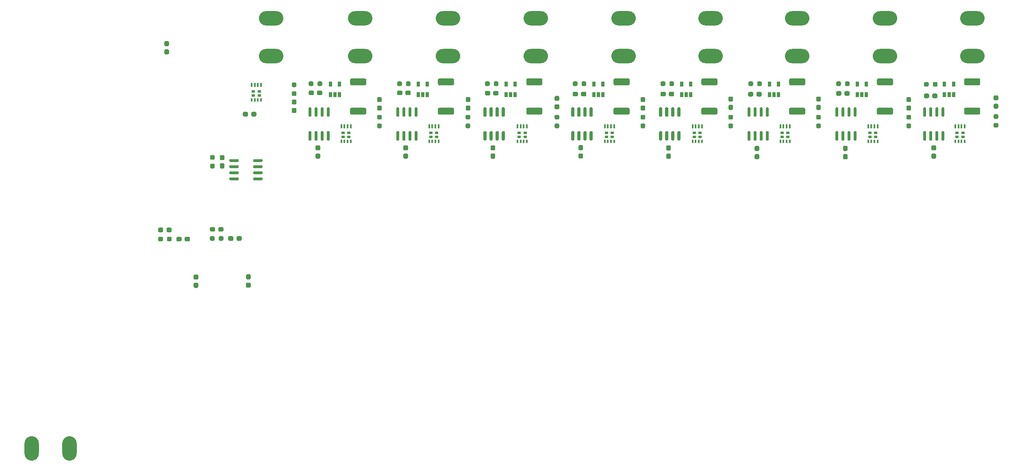
<source format=gbr>
%TF.GenerationSoftware,KiCad,Pcbnew,(5.1.6)-1*%
%TF.CreationDate,2022-03-18T21:22:57-05:00*%
%TF.ProjectId,PackVoltage_2022_Rev1,5061636b-566f-46c7-9461-67655f323032,rev?*%
%TF.SameCoordinates,Original*%
%TF.FileFunction,Paste,Top*%
%TF.FilePolarity,Positive*%
%FSLAX46Y46*%
G04 Gerber Fmt 4.6, Leading zero omitted, Abs format (unit mm)*
G04 Created by KiCad (PCBNEW (5.1.6)-1) date 2022-03-18 21:22:57*
%MOMM*%
%LPD*%
G01*
G04 APERTURE LIST*
%ADD10O,5.100000X3.000000*%
%ADD11O,3.000000X5.100000*%
%ADD12R,0.650000X1.060000*%
%ADD13R,0.300000X0.750000*%
%ADD14R,0.300000X0.830000*%
%ADD15R,0.635000X0.510000*%
G04 APERTURE END LIST*
%TO.C,C4*%
G36*
G01*
X33398000Y-89645500D02*
X33398000Y-89170500D01*
G75*
G02*
X33635500Y-88933000I237500J0D01*
G01*
X34235500Y-88933000D01*
G75*
G02*
X34473000Y-89170500I0J-237500D01*
G01*
X34473000Y-89645500D01*
G75*
G02*
X34235500Y-89883000I-237500J0D01*
G01*
X33635500Y-89883000D01*
G75*
G02*
X33398000Y-89645500I0J237500D01*
G01*
G37*
G36*
G01*
X35123000Y-89645500D02*
X35123000Y-89170500D01*
G75*
G02*
X35360500Y-88933000I237500J0D01*
G01*
X35960500Y-88933000D01*
G75*
G02*
X36198000Y-89170500I0J-237500D01*
G01*
X36198000Y-89645500D01*
G75*
G02*
X35960500Y-89883000I-237500J0D01*
G01*
X35360500Y-89883000D01*
G75*
G02*
X35123000Y-89645500I0J237500D01*
G01*
G37*
%TD*%
%TO.C,C3*%
G36*
G01*
X22603000Y-89772500D02*
X22603000Y-89297500D01*
G75*
G02*
X22840500Y-89060000I237500J0D01*
G01*
X23440500Y-89060000D01*
G75*
G02*
X23678000Y-89297500I0J-237500D01*
G01*
X23678000Y-89772500D01*
G75*
G02*
X23440500Y-90010000I-237500J0D01*
G01*
X22840500Y-90010000D01*
G75*
G02*
X22603000Y-89772500I0J237500D01*
G01*
G37*
G36*
G01*
X24328000Y-89772500D02*
X24328000Y-89297500D01*
G75*
G02*
X24565500Y-89060000I237500J0D01*
G01*
X25165500Y-89060000D01*
G75*
G02*
X25403000Y-89297500I0J-237500D01*
G01*
X25403000Y-89772500D01*
G75*
G02*
X25165500Y-90010000I-237500J0D01*
G01*
X24565500Y-90010000D01*
G75*
G02*
X24328000Y-89772500I0J237500D01*
G01*
G37*
%TD*%
D10*
%TO.C,Conn12*%
X60864000Y-43492000D03*
X60864000Y-51366000D03*
%TD*%
D11*
%TO.C,Conn11*%
X-7562000Y-133192000D03*
X312000Y-133192000D03*
%TD*%
D10*
%TO.C,Conn10*%
X79152000Y-43492000D03*
X79152000Y-51366000D03*
%TD*%
%TO.C,Conn9*%
X97440000Y-43492000D03*
X97440000Y-51366000D03*
%TD*%
%TO.C,Conn8*%
X115728000Y-43492000D03*
X115728000Y-51366000D03*
%TD*%
%TO.C,Conn7*%
X133889000Y-43492000D03*
X133889000Y-51366000D03*
%TD*%
%TO.C,Conn6*%
X151923000Y-43492000D03*
X151923000Y-51366000D03*
%TD*%
%TO.C,Conn5*%
X170211000Y-43492000D03*
X170211000Y-51366000D03*
%TD*%
%TO.C,Conn4*%
X188372000Y-43492000D03*
X188372000Y-51366000D03*
%TD*%
%TO.C,Conn3*%
X42322000Y-43492000D03*
X42322000Y-51366000D03*
%TD*%
%TO.C,U19*%
G36*
G01*
X38584000Y-73302000D02*
X38584000Y-73002000D01*
G75*
G02*
X38734000Y-72852000I150000J0D01*
G01*
X40384000Y-72852000D01*
G75*
G02*
X40534000Y-73002000I0J-150000D01*
G01*
X40534000Y-73302000D01*
G75*
G02*
X40384000Y-73452000I-150000J0D01*
G01*
X38734000Y-73452000D01*
G75*
G02*
X38584000Y-73302000I0J150000D01*
G01*
G37*
G36*
G01*
X38584000Y-74572000D02*
X38584000Y-74272000D01*
G75*
G02*
X38734000Y-74122000I150000J0D01*
G01*
X40384000Y-74122000D01*
G75*
G02*
X40534000Y-74272000I0J-150000D01*
G01*
X40534000Y-74572000D01*
G75*
G02*
X40384000Y-74722000I-150000J0D01*
G01*
X38734000Y-74722000D01*
G75*
G02*
X38584000Y-74572000I0J150000D01*
G01*
G37*
G36*
G01*
X38584000Y-75842000D02*
X38584000Y-75542000D01*
G75*
G02*
X38734000Y-75392000I150000J0D01*
G01*
X40384000Y-75392000D01*
G75*
G02*
X40534000Y-75542000I0J-150000D01*
G01*
X40534000Y-75842000D01*
G75*
G02*
X40384000Y-75992000I-150000J0D01*
G01*
X38734000Y-75992000D01*
G75*
G02*
X38584000Y-75842000I0J150000D01*
G01*
G37*
G36*
G01*
X38584000Y-77112000D02*
X38584000Y-76812000D01*
G75*
G02*
X38734000Y-76662000I150000J0D01*
G01*
X40384000Y-76662000D01*
G75*
G02*
X40534000Y-76812000I0J-150000D01*
G01*
X40534000Y-77112000D01*
G75*
G02*
X40384000Y-77262000I-150000J0D01*
G01*
X38734000Y-77262000D01*
G75*
G02*
X38584000Y-77112000I0J150000D01*
G01*
G37*
G36*
G01*
X33634000Y-77112000D02*
X33634000Y-76812000D01*
G75*
G02*
X33784000Y-76662000I150000J0D01*
G01*
X35434000Y-76662000D01*
G75*
G02*
X35584000Y-76812000I0J-150000D01*
G01*
X35584000Y-77112000D01*
G75*
G02*
X35434000Y-77262000I-150000J0D01*
G01*
X33784000Y-77262000D01*
G75*
G02*
X33634000Y-77112000I0J150000D01*
G01*
G37*
G36*
G01*
X33634000Y-75842000D02*
X33634000Y-75542000D01*
G75*
G02*
X33784000Y-75392000I150000J0D01*
G01*
X35434000Y-75392000D01*
G75*
G02*
X35584000Y-75542000I0J-150000D01*
G01*
X35584000Y-75842000D01*
G75*
G02*
X35434000Y-75992000I-150000J0D01*
G01*
X33784000Y-75992000D01*
G75*
G02*
X33634000Y-75842000I0J150000D01*
G01*
G37*
G36*
G01*
X33634000Y-74572000D02*
X33634000Y-74272000D01*
G75*
G02*
X33784000Y-74122000I150000J0D01*
G01*
X35434000Y-74122000D01*
G75*
G02*
X35584000Y-74272000I0J-150000D01*
G01*
X35584000Y-74572000D01*
G75*
G02*
X35434000Y-74722000I-150000J0D01*
G01*
X33784000Y-74722000D01*
G75*
G02*
X33634000Y-74572000I0J150000D01*
G01*
G37*
G36*
G01*
X33634000Y-73302000D02*
X33634000Y-73002000D01*
G75*
G02*
X33784000Y-72852000I150000J0D01*
G01*
X35434000Y-72852000D01*
G75*
G02*
X35584000Y-73002000I0J-150000D01*
G01*
X35584000Y-73302000D01*
G75*
G02*
X35434000Y-73452000I-150000J0D01*
G01*
X33784000Y-73452000D01*
G75*
G02*
X33634000Y-73302000I0J150000D01*
G01*
G37*
%TD*%
D12*
%TO.C,U18*%
X91252000Y-57193000D03*
X93152000Y-57193000D03*
X93152000Y-59393000D03*
X92202000Y-59393000D03*
X91252000Y-59393000D03*
%TD*%
%TO.C,U17*%
X109540000Y-57193000D03*
X111440000Y-57193000D03*
X111440000Y-59393000D03*
X110490000Y-59393000D03*
X109540000Y-59393000D03*
%TD*%
%TO.C,U16*%
X72964000Y-57193000D03*
X74864000Y-57193000D03*
X74864000Y-59393000D03*
X73914000Y-59393000D03*
X72964000Y-59393000D03*
%TD*%
%TO.C,U15*%
X54676000Y-57193000D03*
X56576000Y-57193000D03*
X56576000Y-59393000D03*
X55626000Y-59393000D03*
X54676000Y-59393000D03*
%TD*%
%TO.C,U14*%
G36*
G01*
X90528000Y-67032000D02*
X90828000Y-67032000D01*
G75*
G02*
X90978000Y-67182000I0J-150000D01*
G01*
X90978000Y-68832000D01*
G75*
G02*
X90828000Y-68982000I-150000J0D01*
G01*
X90528000Y-68982000D01*
G75*
G02*
X90378000Y-68832000I0J150000D01*
G01*
X90378000Y-67182000D01*
G75*
G02*
X90528000Y-67032000I150000J0D01*
G01*
G37*
G36*
G01*
X89258000Y-67032000D02*
X89558000Y-67032000D01*
G75*
G02*
X89708000Y-67182000I0J-150000D01*
G01*
X89708000Y-68832000D01*
G75*
G02*
X89558000Y-68982000I-150000J0D01*
G01*
X89258000Y-68982000D01*
G75*
G02*
X89108000Y-68832000I0J150000D01*
G01*
X89108000Y-67182000D01*
G75*
G02*
X89258000Y-67032000I150000J0D01*
G01*
G37*
G36*
G01*
X87988000Y-67032000D02*
X88288000Y-67032000D01*
G75*
G02*
X88438000Y-67182000I0J-150000D01*
G01*
X88438000Y-68832000D01*
G75*
G02*
X88288000Y-68982000I-150000J0D01*
G01*
X87988000Y-68982000D01*
G75*
G02*
X87838000Y-68832000I0J150000D01*
G01*
X87838000Y-67182000D01*
G75*
G02*
X87988000Y-67032000I150000J0D01*
G01*
G37*
G36*
G01*
X86718000Y-67032000D02*
X87018000Y-67032000D01*
G75*
G02*
X87168000Y-67182000I0J-150000D01*
G01*
X87168000Y-68832000D01*
G75*
G02*
X87018000Y-68982000I-150000J0D01*
G01*
X86718000Y-68982000D01*
G75*
G02*
X86568000Y-68832000I0J150000D01*
G01*
X86568000Y-67182000D01*
G75*
G02*
X86718000Y-67032000I150000J0D01*
G01*
G37*
G36*
G01*
X86718000Y-62082000D02*
X87018000Y-62082000D01*
G75*
G02*
X87168000Y-62232000I0J-150000D01*
G01*
X87168000Y-63882000D01*
G75*
G02*
X87018000Y-64032000I-150000J0D01*
G01*
X86718000Y-64032000D01*
G75*
G02*
X86568000Y-63882000I0J150000D01*
G01*
X86568000Y-62232000D01*
G75*
G02*
X86718000Y-62082000I150000J0D01*
G01*
G37*
G36*
G01*
X87988000Y-62082000D02*
X88288000Y-62082000D01*
G75*
G02*
X88438000Y-62232000I0J-150000D01*
G01*
X88438000Y-63882000D01*
G75*
G02*
X88288000Y-64032000I-150000J0D01*
G01*
X87988000Y-64032000D01*
G75*
G02*
X87838000Y-63882000I0J150000D01*
G01*
X87838000Y-62232000D01*
G75*
G02*
X87988000Y-62082000I150000J0D01*
G01*
G37*
G36*
G01*
X89258000Y-62082000D02*
X89558000Y-62082000D01*
G75*
G02*
X89708000Y-62232000I0J-150000D01*
G01*
X89708000Y-63882000D01*
G75*
G02*
X89558000Y-64032000I-150000J0D01*
G01*
X89258000Y-64032000D01*
G75*
G02*
X89108000Y-63882000I0J150000D01*
G01*
X89108000Y-62232000D01*
G75*
G02*
X89258000Y-62082000I150000J0D01*
G01*
G37*
G36*
G01*
X90528000Y-62082000D02*
X90828000Y-62082000D01*
G75*
G02*
X90978000Y-62232000I0J-150000D01*
G01*
X90978000Y-63882000D01*
G75*
G02*
X90828000Y-64032000I-150000J0D01*
G01*
X90528000Y-64032000D01*
G75*
G02*
X90378000Y-63882000I0J150000D01*
G01*
X90378000Y-62232000D01*
G75*
G02*
X90528000Y-62082000I150000J0D01*
G01*
G37*
%TD*%
%TO.C,U13*%
G36*
G01*
X108816000Y-67032000D02*
X109116000Y-67032000D01*
G75*
G02*
X109266000Y-67182000I0J-150000D01*
G01*
X109266000Y-68832000D01*
G75*
G02*
X109116000Y-68982000I-150000J0D01*
G01*
X108816000Y-68982000D01*
G75*
G02*
X108666000Y-68832000I0J150000D01*
G01*
X108666000Y-67182000D01*
G75*
G02*
X108816000Y-67032000I150000J0D01*
G01*
G37*
G36*
G01*
X107546000Y-67032000D02*
X107846000Y-67032000D01*
G75*
G02*
X107996000Y-67182000I0J-150000D01*
G01*
X107996000Y-68832000D01*
G75*
G02*
X107846000Y-68982000I-150000J0D01*
G01*
X107546000Y-68982000D01*
G75*
G02*
X107396000Y-68832000I0J150000D01*
G01*
X107396000Y-67182000D01*
G75*
G02*
X107546000Y-67032000I150000J0D01*
G01*
G37*
G36*
G01*
X106276000Y-67032000D02*
X106576000Y-67032000D01*
G75*
G02*
X106726000Y-67182000I0J-150000D01*
G01*
X106726000Y-68832000D01*
G75*
G02*
X106576000Y-68982000I-150000J0D01*
G01*
X106276000Y-68982000D01*
G75*
G02*
X106126000Y-68832000I0J150000D01*
G01*
X106126000Y-67182000D01*
G75*
G02*
X106276000Y-67032000I150000J0D01*
G01*
G37*
G36*
G01*
X105006000Y-67032000D02*
X105306000Y-67032000D01*
G75*
G02*
X105456000Y-67182000I0J-150000D01*
G01*
X105456000Y-68832000D01*
G75*
G02*
X105306000Y-68982000I-150000J0D01*
G01*
X105006000Y-68982000D01*
G75*
G02*
X104856000Y-68832000I0J150000D01*
G01*
X104856000Y-67182000D01*
G75*
G02*
X105006000Y-67032000I150000J0D01*
G01*
G37*
G36*
G01*
X105006000Y-62082000D02*
X105306000Y-62082000D01*
G75*
G02*
X105456000Y-62232000I0J-150000D01*
G01*
X105456000Y-63882000D01*
G75*
G02*
X105306000Y-64032000I-150000J0D01*
G01*
X105006000Y-64032000D01*
G75*
G02*
X104856000Y-63882000I0J150000D01*
G01*
X104856000Y-62232000D01*
G75*
G02*
X105006000Y-62082000I150000J0D01*
G01*
G37*
G36*
G01*
X106276000Y-62082000D02*
X106576000Y-62082000D01*
G75*
G02*
X106726000Y-62232000I0J-150000D01*
G01*
X106726000Y-63882000D01*
G75*
G02*
X106576000Y-64032000I-150000J0D01*
G01*
X106276000Y-64032000D01*
G75*
G02*
X106126000Y-63882000I0J150000D01*
G01*
X106126000Y-62232000D01*
G75*
G02*
X106276000Y-62082000I150000J0D01*
G01*
G37*
G36*
G01*
X107546000Y-62082000D02*
X107846000Y-62082000D01*
G75*
G02*
X107996000Y-62232000I0J-150000D01*
G01*
X107996000Y-63882000D01*
G75*
G02*
X107846000Y-64032000I-150000J0D01*
G01*
X107546000Y-64032000D01*
G75*
G02*
X107396000Y-63882000I0J150000D01*
G01*
X107396000Y-62232000D01*
G75*
G02*
X107546000Y-62082000I150000J0D01*
G01*
G37*
G36*
G01*
X108816000Y-62082000D02*
X109116000Y-62082000D01*
G75*
G02*
X109266000Y-62232000I0J-150000D01*
G01*
X109266000Y-63882000D01*
G75*
G02*
X109116000Y-64032000I-150000J0D01*
G01*
X108816000Y-64032000D01*
G75*
G02*
X108666000Y-63882000I0J150000D01*
G01*
X108666000Y-62232000D01*
G75*
G02*
X108816000Y-62082000I150000J0D01*
G01*
G37*
%TD*%
%TO.C,U12*%
G36*
G01*
X72367000Y-67032000D02*
X72667000Y-67032000D01*
G75*
G02*
X72817000Y-67182000I0J-150000D01*
G01*
X72817000Y-68832000D01*
G75*
G02*
X72667000Y-68982000I-150000J0D01*
G01*
X72367000Y-68982000D01*
G75*
G02*
X72217000Y-68832000I0J150000D01*
G01*
X72217000Y-67182000D01*
G75*
G02*
X72367000Y-67032000I150000J0D01*
G01*
G37*
G36*
G01*
X71097000Y-67032000D02*
X71397000Y-67032000D01*
G75*
G02*
X71547000Y-67182000I0J-150000D01*
G01*
X71547000Y-68832000D01*
G75*
G02*
X71397000Y-68982000I-150000J0D01*
G01*
X71097000Y-68982000D01*
G75*
G02*
X70947000Y-68832000I0J150000D01*
G01*
X70947000Y-67182000D01*
G75*
G02*
X71097000Y-67032000I150000J0D01*
G01*
G37*
G36*
G01*
X69827000Y-67032000D02*
X70127000Y-67032000D01*
G75*
G02*
X70277000Y-67182000I0J-150000D01*
G01*
X70277000Y-68832000D01*
G75*
G02*
X70127000Y-68982000I-150000J0D01*
G01*
X69827000Y-68982000D01*
G75*
G02*
X69677000Y-68832000I0J150000D01*
G01*
X69677000Y-67182000D01*
G75*
G02*
X69827000Y-67032000I150000J0D01*
G01*
G37*
G36*
G01*
X68557000Y-67032000D02*
X68857000Y-67032000D01*
G75*
G02*
X69007000Y-67182000I0J-150000D01*
G01*
X69007000Y-68832000D01*
G75*
G02*
X68857000Y-68982000I-150000J0D01*
G01*
X68557000Y-68982000D01*
G75*
G02*
X68407000Y-68832000I0J150000D01*
G01*
X68407000Y-67182000D01*
G75*
G02*
X68557000Y-67032000I150000J0D01*
G01*
G37*
G36*
G01*
X68557000Y-62082000D02*
X68857000Y-62082000D01*
G75*
G02*
X69007000Y-62232000I0J-150000D01*
G01*
X69007000Y-63882000D01*
G75*
G02*
X68857000Y-64032000I-150000J0D01*
G01*
X68557000Y-64032000D01*
G75*
G02*
X68407000Y-63882000I0J150000D01*
G01*
X68407000Y-62232000D01*
G75*
G02*
X68557000Y-62082000I150000J0D01*
G01*
G37*
G36*
G01*
X69827000Y-62082000D02*
X70127000Y-62082000D01*
G75*
G02*
X70277000Y-62232000I0J-150000D01*
G01*
X70277000Y-63882000D01*
G75*
G02*
X70127000Y-64032000I-150000J0D01*
G01*
X69827000Y-64032000D01*
G75*
G02*
X69677000Y-63882000I0J150000D01*
G01*
X69677000Y-62232000D01*
G75*
G02*
X69827000Y-62082000I150000J0D01*
G01*
G37*
G36*
G01*
X71097000Y-62082000D02*
X71397000Y-62082000D01*
G75*
G02*
X71547000Y-62232000I0J-150000D01*
G01*
X71547000Y-63882000D01*
G75*
G02*
X71397000Y-64032000I-150000J0D01*
G01*
X71097000Y-64032000D01*
G75*
G02*
X70947000Y-63882000I0J150000D01*
G01*
X70947000Y-62232000D01*
G75*
G02*
X71097000Y-62082000I150000J0D01*
G01*
G37*
G36*
G01*
X72367000Y-62082000D02*
X72667000Y-62082000D01*
G75*
G02*
X72817000Y-62232000I0J-150000D01*
G01*
X72817000Y-63882000D01*
G75*
G02*
X72667000Y-64032000I-150000J0D01*
G01*
X72367000Y-64032000D01*
G75*
G02*
X72217000Y-63882000I0J150000D01*
G01*
X72217000Y-62232000D01*
G75*
G02*
X72367000Y-62082000I150000J0D01*
G01*
G37*
%TD*%
%TO.C,U11*%
G36*
G01*
X54079000Y-67032000D02*
X54379000Y-67032000D01*
G75*
G02*
X54529000Y-67182000I0J-150000D01*
G01*
X54529000Y-68832000D01*
G75*
G02*
X54379000Y-68982000I-150000J0D01*
G01*
X54079000Y-68982000D01*
G75*
G02*
X53929000Y-68832000I0J150000D01*
G01*
X53929000Y-67182000D01*
G75*
G02*
X54079000Y-67032000I150000J0D01*
G01*
G37*
G36*
G01*
X52809000Y-67032000D02*
X53109000Y-67032000D01*
G75*
G02*
X53259000Y-67182000I0J-150000D01*
G01*
X53259000Y-68832000D01*
G75*
G02*
X53109000Y-68982000I-150000J0D01*
G01*
X52809000Y-68982000D01*
G75*
G02*
X52659000Y-68832000I0J150000D01*
G01*
X52659000Y-67182000D01*
G75*
G02*
X52809000Y-67032000I150000J0D01*
G01*
G37*
G36*
G01*
X51539000Y-67032000D02*
X51839000Y-67032000D01*
G75*
G02*
X51989000Y-67182000I0J-150000D01*
G01*
X51989000Y-68832000D01*
G75*
G02*
X51839000Y-68982000I-150000J0D01*
G01*
X51539000Y-68982000D01*
G75*
G02*
X51389000Y-68832000I0J150000D01*
G01*
X51389000Y-67182000D01*
G75*
G02*
X51539000Y-67032000I150000J0D01*
G01*
G37*
G36*
G01*
X50269000Y-67032000D02*
X50569000Y-67032000D01*
G75*
G02*
X50719000Y-67182000I0J-150000D01*
G01*
X50719000Y-68832000D01*
G75*
G02*
X50569000Y-68982000I-150000J0D01*
G01*
X50269000Y-68982000D01*
G75*
G02*
X50119000Y-68832000I0J150000D01*
G01*
X50119000Y-67182000D01*
G75*
G02*
X50269000Y-67032000I150000J0D01*
G01*
G37*
G36*
G01*
X50269000Y-62082000D02*
X50569000Y-62082000D01*
G75*
G02*
X50719000Y-62232000I0J-150000D01*
G01*
X50719000Y-63882000D01*
G75*
G02*
X50569000Y-64032000I-150000J0D01*
G01*
X50269000Y-64032000D01*
G75*
G02*
X50119000Y-63882000I0J150000D01*
G01*
X50119000Y-62232000D01*
G75*
G02*
X50269000Y-62082000I150000J0D01*
G01*
G37*
G36*
G01*
X51539000Y-62082000D02*
X51839000Y-62082000D01*
G75*
G02*
X51989000Y-62232000I0J-150000D01*
G01*
X51989000Y-63882000D01*
G75*
G02*
X51839000Y-64032000I-150000J0D01*
G01*
X51539000Y-64032000D01*
G75*
G02*
X51389000Y-63882000I0J150000D01*
G01*
X51389000Y-62232000D01*
G75*
G02*
X51539000Y-62082000I150000J0D01*
G01*
G37*
G36*
G01*
X52809000Y-62082000D02*
X53109000Y-62082000D01*
G75*
G02*
X53259000Y-62232000I0J-150000D01*
G01*
X53259000Y-63882000D01*
G75*
G02*
X53109000Y-64032000I-150000J0D01*
G01*
X52809000Y-64032000D01*
G75*
G02*
X52659000Y-63882000I0J150000D01*
G01*
X52659000Y-62232000D01*
G75*
G02*
X52809000Y-62082000I150000J0D01*
G01*
G37*
G36*
G01*
X54079000Y-62082000D02*
X54379000Y-62082000D01*
G75*
G02*
X54529000Y-62232000I0J-150000D01*
G01*
X54529000Y-63882000D01*
G75*
G02*
X54379000Y-64032000I-150000J0D01*
G01*
X54079000Y-64032000D01*
G75*
G02*
X53929000Y-63882000I0J150000D01*
G01*
X53929000Y-62232000D01*
G75*
G02*
X54079000Y-62082000I150000J0D01*
G01*
G37*
%TD*%
%TO.C,U10*%
X127828000Y-57193000D03*
X129728000Y-57193000D03*
X129728000Y-59393000D03*
X128778000Y-59393000D03*
X127828000Y-59393000D03*
%TD*%
%TO.C,U9*%
X146116000Y-57193000D03*
X148016000Y-57193000D03*
X148016000Y-59393000D03*
X147066000Y-59393000D03*
X146116000Y-59393000D03*
%TD*%
%TO.C,U8*%
X164404000Y-57193000D03*
X166304000Y-57193000D03*
X166304000Y-59393000D03*
X165354000Y-59393000D03*
X164404000Y-59393000D03*
%TD*%
%TO.C,U7*%
X182565000Y-57193000D03*
X184465000Y-57193000D03*
X184465000Y-59393000D03*
X183515000Y-59393000D03*
X182565000Y-59393000D03*
%TD*%
%TO.C,U6*%
G36*
G01*
X127104000Y-67032000D02*
X127404000Y-67032000D01*
G75*
G02*
X127554000Y-67182000I0J-150000D01*
G01*
X127554000Y-68832000D01*
G75*
G02*
X127404000Y-68982000I-150000J0D01*
G01*
X127104000Y-68982000D01*
G75*
G02*
X126954000Y-68832000I0J150000D01*
G01*
X126954000Y-67182000D01*
G75*
G02*
X127104000Y-67032000I150000J0D01*
G01*
G37*
G36*
G01*
X125834000Y-67032000D02*
X126134000Y-67032000D01*
G75*
G02*
X126284000Y-67182000I0J-150000D01*
G01*
X126284000Y-68832000D01*
G75*
G02*
X126134000Y-68982000I-150000J0D01*
G01*
X125834000Y-68982000D01*
G75*
G02*
X125684000Y-68832000I0J150000D01*
G01*
X125684000Y-67182000D01*
G75*
G02*
X125834000Y-67032000I150000J0D01*
G01*
G37*
G36*
G01*
X124564000Y-67032000D02*
X124864000Y-67032000D01*
G75*
G02*
X125014000Y-67182000I0J-150000D01*
G01*
X125014000Y-68832000D01*
G75*
G02*
X124864000Y-68982000I-150000J0D01*
G01*
X124564000Y-68982000D01*
G75*
G02*
X124414000Y-68832000I0J150000D01*
G01*
X124414000Y-67182000D01*
G75*
G02*
X124564000Y-67032000I150000J0D01*
G01*
G37*
G36*
G01*
X123294000Y-67032000D02*
X123594000Y-67032000D01*
G75*
G02*
X123744000Y-67182000I0J-150000D01*
G01*
X123744000Y-68832000D01*
G75*
G02*
X123594000Y-68982000I-150000J0D01*
G01*
X123294000Y-68982000D01*
G75*
G02*
X123144000Y-68832000I0J150000D01*
G01*
X123144000Y-67182000D01*
G75*
G02*
X123294000Y-67032000I150000J0D01*
G01*
G37*
G36*
G01*
X123294000Y-62082000D02*
X123594000Y-62082000D01*
G75*
G02*
X123744000Y-62232000I0J-150000D01*
G01*
X123744000Y-63882000D01*
G75*
G02*
X123594000Y-64032000I-150000J0D01*
G01*
X123294000Y-64032000D01*
G75*
G02*
X123144000Y-63882000I0J150000D01*
G01*
X123144000Y-62232000D01*
G75*
G02*
X123294000Y-62082000I150000J0D01*
G01*
G37*
G36*
G01*
X124564000Y-62082000D02*
X124864000Y-62082000D01*
G75*
G02*
X125014000Y-62232000I0J-150000D01*
G01*
X125014000Y-63882000D01*
G75*
G02*
X124864000Y-64032000I-150000J0D01*
G01*
X124564000Y-64032000D01*
G75*
G02*
X124414000Y-63882000I0J150000D01*
G01*
X124414000Y-62232000D01*
G75*
G02*
X124564000Y-62082000I150000J0D01*
G01*
G37*
G36*
G01*
X125834000Y-62082000D02*
X126134000Y-62082000D01*
G75*
G02*
X126284000Y-62232000I0J-150000D01*
G01*
X126284000Y-63882000D01*
G75*
G02*
X126134000Y-64032000I-150000J0D01*
G01*
X125834000Y-64032000D01*
G75*
G02*
X125684000Y-63882000I0J150000D01*
G01*
X125684000Y-62232000D01*
G75*
G02*
X125834000Y-62082000I150000J0D01*
G01*
G37*
G36*
G01*
X127104000Y-62082000D02*
X127404000Y-62082000D01*
G75*
G02*
X127554000Y-62232000I0J-150000D01*
G01*
X127554000Y-63882000D01*
G75*
G02*
X127404000Y-64032000I-150000J0D01*
G01*
X127104000Y-64032000D01*
G75*
G02*
X126954000Y-63882000I0J150000D01*
G01*
X126954000Y-62232000D01*
G75*
G02*
X127104000Y-62082000I150000J0D01*
G01*
G37*
%TD*%
%TO.C,U5*%
G36*
G01*
X145519000Y-67032000D02*
X145819000Y-67032000D01*
G75*
G02*
X145969000Y-67182000I0J-150000D01*
G01*
X145969000Y-68832000D01*
G75*
G02*
X145819000Y-68982000I-150000J0D01*
G01*
X145519000Y-68982000D01*
G75*
G02*
X145369000Y-68832000I0J150000D01*
G01*
X145369000Y-67182000D01*
G75*
G02*
X145519000Y-67032000I150000J0D01*
G01*
G37*
G36*
G01*
X144249000Y-67032000D02*
X144549000Y-67032000D01*
G75*
G02*
X144699000Y-67182000I0J-150000D01*
G01*
X144699000Y-68832000D01*
G75*
G02*
X144549000Y-68982000I-150000J0D01*
G01*
X144249000Y-68982000D01*
G75*
G02*
X144099000Y-68832000I0J150000D01*
G01*
X144099000Y-67182000D01*
G75*
G02*
X144249000Y-67032000I150000J0D01*
G01*
G37*
G36*
G01*
X142979000Y-67032000D02*
X143279000Y-67032000D01*
G75*
G02*
X143429000Y-67182000I0J-150000D01*
G01*
X143429000Y-68832000D01*
G75*
G02*
X143279000Y-68982000I-150000J0D01*
G01*
X142979000Y-68982000D01*
G75*
G02*
X142829000Y-68832000I0J150000D01*
G01*
X142829000Y-67182000D01*
G75*
G02*
X142979000Y-67032000I150000J0D01*
G01*
G37*
G36*
G01*
X141709000Y-67032000D02*
X142009000Y-67032000D01*
G75*
G02*
X142159000Y-67182000I0J-150000D01*
G01*
X142159000Y-68832000D01*
G75*
G02*
X142009000Y-68982000I-150000J0D01*
G01*
X141709000Y-68982000D01*
G75*
G02*
X141559000Y-68832000I0J150000D01*
G01*
X141559000Y-67182000D01*
G75*
G02*
X141709000Y-67032000I150000J0D01*
G01*
G37*
G36*
G01*
X141709000Y-62082000D02*
X142009000Y-62082000D01*
G75*
G02*
X142159000Y-62232000I0J-150000D01*
G01*
X142159000Y-63882000D01*
G75*
G02*
X142009000Y-64032000I-150000J0D01*
G01*
X141709000Y-64032000D01*
G75*
G02*
X141559000Y-63882000I0J150000D01*
G01*
X141559000Y-62232000D01*
G75*
G02*
X141709000Y-62082000I150000J0D01*
G01*
G37*
G36*
G01*
X142979000Y-62082000D02*
X143279000Y-62082000D01*
G75*
G02*
X143429000Y-62232000I0J-150000D01*
G01*
X143429000Y-63882000D01*
G75*
G02*
X143279000Y-64032000I-150000J0D01*
G01*
X142979000Y-64032000D01*
G75*
G02*
X142829000Y-63882000I0J150000D01*
G01*
X142829000Y-62232000D01*
G75*
G02*
X142979000Y-62082000I150000J0D01*
G01*
G37*
G36*
G01*
X144249000Y-62082000D02*
X144549000Y-62082000D01*
G75*
G02*
X144699000Y-62232000I0J-150000D01*
G01*
X144699000Y-63882000D01*
G75*
G02*
X144549000Y-64032000I-150000J0D01*
G01*
X144249000Y-64032000D01*
G75*
G02*
X144099000Y-63882000I0J150000D01*
G01*
X144099000Y-62232000D01*
G75*
G02*
X144249000Y-62082000I150000J0D01*
G01*
G37*
G36*
G01*
X145519000Y-62082000D02*
X145819000Y-62082000D01*
G75*
G02*
X145969000Y-62232000I0J-150000D01*
G01*
X145969000Y-63882000D01*
G75*
G02*
X145819000Y-64032000I-150000J0D01*
G01*
X145519000Y-64032000D01*
G75*
G02*
X145369000Y-63882000I0J150000D01*
G01*
X145369000Y-62232000D01*
G75*
G02*
X145519000Y-62082000I150000J0D01*
G01*
G37*
%TD*%
%TO.C,U4*%
G36*
G01*
X163807000Y-67032000D02*
X164107000Y-67032000D01*
G75*
G02*
X164257000Y-67182000I0J-150000D01*
G01*
X164257000Y-68832000D01*
G75*
G02*
X164107000Y-68982000I-150000J0D01*
G01*
X163807000Y-68982000D01*
G75*
G02*
X163657000Y-68832000I0J150000D01*
G01*
X163657000Y-67182000D01*
G75*
G02*
X163807000Y-67032000I150000J0D01*
G01*
G37*
G36*
G01*
X162537000Y-67032000D02*
X162837000Y-67032000D01*
G75*
G02*
X162987000Y-67182000I0J-150000D01*
G01*
X162987000Y-68832000D01*
G75*
G02*
X162837000Y-68982000I-150000J0D01*
G01*
X162537000Y-68982000D01*
G75*
G02*
X162387000Y-68832000I0J150000D01*
G01*
X162387000Y-67182000D01*
G75*
G02*
X162537000Y-67032000I150000J0D01*
G01*
G37*
G36*
G01*
X161267000Y-67032000D02*
X161567000Y-67032000D01*
G75*
G02*
X161717000Y-67182000I0J-150000D01*
G01*
X161717000Y-68832000D01*
G75*
G02*
X161567000Y-68982000I-150000J0D01*
G01*
X161267000Y-68982000D01*
G75*
G02*
X161117000Y-68832000I0J150000D01*
G01*
X161117000Y-67182000D01*
G75*
G02*
X161267000Y-67032000I150000J0D01*
G01*
G37*
G36*
G01*
X159997000Y-67032000D02*
X160297000Y-67032000D01*
G75*
G02*
X160447000Y-67182000I0J-150000D01*
G01*
X160447000Y-68832000D01*
G75*
G02*
X160297000Y-68982000I-150000J0D01*
G01*
X159997000Y-68982000D01*
G75*
G02*
X159847000Y-68832000I0J150000D01*
G01*
X159847000Y-67182000D01*
G75*
G02*
X159997000Y-67032000I150000J0D01*
G01*
G37*
G36*
G01*
X159997000Y-62082000D02*
X160297000Y-62082000D01*
G75*
G02*
X160447000Y-62232000I0J-150000D01*
G01*
X160447000Y-63882000D01*
G75*
G02*
X160297000Y-64032000I-150000J0D01*
G01*
X159997000Y-64032000D01*
G75*
G02*
X159847000Y-63882000I0J150000D01*
G01*
X159847000Y-62232000D01*
G75*
G02*
X159997000Y-62082000I150000J0D01*
G01*
G37*
G36*
G01*
X161267000Y-62082000D02*
X161567000Y-62082000D01*
G75*
G02*
X161717000Y-62232000I0J-150000D01*
G01*
X161717000Y-63882000D01*
G75*
G02*
X161567000Y-64032000I-150000J0D01*
G01*
X161267000Y-64032000D01*
G75*
G02*
X161117000Y-63882000I0J150000D01*
G01*
X161117000Y-62232000D01*
G75*
G02*
X161267000Y-62082000I150000J0D01*
G01*
G37*
G36*
G01*
X162537000Y-62082000D02*
X162837000Y-62082000D01*
G75*
G02*
X162987000Y-62232000I0J-150000D01*
G01*
X162987000Y-63882000D01*
G75*
G02*
X162837000Y-64032000I-150000J0D01*
G01*
X162537000Y-64032000D01*
G75*
G02*
X162387000Y-63882000I0J150000D01*
G01*
X162387000Y-62232000D01*
G75*
G02*
X162537000Y-62082000I150000J0D01*
G01*
G37*
G36*
G01*
X163807000Y-62082000D02*
X164107000Y-62082000D01*
G75*
G02*
X164257000Y-62232000I0J-150000D01*
G01*
X164257000Y-63882000D01*
G75*
G02*
X164107000Y-64032000I-150000J0D01*
G01*
X163807000Y-64032000D01*
G75*
G02*
X163657000Y-63882000I0J150000D01*
G01*
X163657000Y-62232000D01*
G75*
G02*
X163807000Y-62082000I150000J0D01*
G01*
G37*
%TD*%
%TO.C,U3*%
G36*
G01*
X182095000Y-67032000D02*
X182395000Y-67032000D01*
G75*
G02*
X182545000Y-67182000I0J-150000D01*
G01*
X182545000Y-68832000D01*
G75*
G02*
X182395000Y-68982000I-150000J0D01*
G01*
X182095000Y-68982000D01*
G75*
G02*
X181945000Y-68832000I0J150000D01*
G01*
X181945000Y-67182000D01*
G75*
G02*
X182095000Y-67032000I150000J0D01*
G01*
G37*
G36*
G01*
X180825000Y-67032000D02*
X181125000Y-67032000D01*
G75*
G02*
X181275000Y-67182000I0J-150000D01*
G01*
X181275000Y-68832000D01*
G75*
G02*
X181125000Y-68982000I-150000J0D01*
G01*
X180825000Y-68982000D01*
G75*
G02*
X180675000Y-68832000I0J150000D01*
G01*
X180675000Y-67182000D01*
G75*
G02*
X180825000Y-67032000I150000J0D01*
G01*
G37*
G36*
G01*
X179555000Y-67032000D02*
X179855000Y-67032000D01*
G75*
G02*
X180005000Y-67182000I0J-150000D01*
G01*
X180005000Y-68832000D01*
G75*
G02*
X179855000Y-68982000I-150000J0D01*
G01*
X179555000Y-68982000D01*
G75*
G02*
X179405000Y-68832000I0J150000D01*
G01*
X179405000Y-67182000D01*
G75*
G02*
X179555000Y-67032000I150000J0D01*
G01*
G37*
G36*
G01*
X178285000Y-67032000D02*
X178585000Y-67032000D01*
G75*
G02*
X178735000Y-67182000I0J-150000D01*
G01*
X178735000Y-68832000D01*
G75*
G02*
X178585000Y-68982000I-150000J0D01*
G01*
X178285000Y-68982000D01*
G75*
G02*
X178135000Y-68832000I0J150000D01*
G01*
X178135000Y-67182000D01*
G75*
G02*
X178285000Y-67032000I150000J0D01*
G01*
G37*
G36*
G01*
X178285000Y-62082000D02*
X178585000Y-62082000D01*
G75*
G02*
X178735000Y-62232000I0J-150000D01*
G01*
X178735000Y-63882000D01*
G75*
G02*
X178585000Y-64032000I-150000J0D01*
G01*
X178285000Y-64032000D01*
G75*
G02*
X178135000Y-63882000I0J150000D01*
G01*
X178135000Y-62232000D01*
G75*
G02*
X178285000Y-62082000I150000J0D01*
G01*
G37*
G36*
G01*
X179555000Y-62082000D02*
X179855000Y-62082000D01*
G75*
G02*
X180005000Y-62232000I0J-150000D01*
G01*
X180005000Y-63882000D01*
G75*
G02*
X179855000Y-64032000I-150000J0D01*
G01*
X179555000Y-64032000D01*
G75*
G02*
X179405000Y-63882000I0J150000D01*
G01*
X179405000Y-62232000D01*
G75*
G02*
X179555000Y-62082000I150000J0D01*
G01*
G37*
G36*
G01*
X180825000Y-62082000D02*
X181125000Y-62082000D01*
G75*
G02*
X181275000Y-62232000I0J-150000D01*
G01*
X181275000Y-63882000D01*
G75*
G02*
X181125000Y-64032000I-150000J0D01*
G01*
X180825000Y-64032000D01*
G75*
G02*
X180675000Y-63882000I0J150000D01*
G01*
X180675000Y-62232000D01*
G75*
G02*
X180825000Y-62082000I150000J0D01*
G01*
G37*
G36*
G01*
X182095000Y-62082000D02*
X182395000Y-62082000D01*
G75*
G02*
X182545000Y-62232000I0J-150000D01*
G01*
X182545000Y-63882000D01*
G75*
G02*
X182395000Y-64032000I-150000J0D01*
G01*
X182095000Y-64032000D01*
G75*
G02*
X181945000Y-63882000I0J150000D01*
G01*
X181945000Y-62232000D01*
G75*
G02*
X182095000Y-62082000I150000J0D01*
G01*
G37*
%TD*%
%TO.C,R29*%
G36*
G01*
X47354500Y-57868000D02*
X46879500Y-57868000D01*
G75*
G02*
X46642000Y-57630500I0J237500D01*
G01*
X46642000Y-57130500D01*
G75*
G02*
X46879500Y-56893000I237500J0D01*
G01*
X47354500Y-56893000D01*
G75*
G02*
X47592000Y-57130500I0J-237500D01*
G01*
X47592000Y-57630500D01*
G75*
G02*
X47354500Y-57868000I-237500J0D01*
G01*
G37*
G36*
G01*
X47354500Y-59693000D02*
X46879500Y-59693000D01*
G75*
G02*
X46642000Y-59455500I0J237500D01*
G01*
X46642000Y-58955500D01*
G75*
G02*
X46879500Y-58718000I237500J0D01*
G01*
X47354500Y-58718000D01*
G75*
G02*
X47592000Y-58955500I0J-237500D01*
G01*
X47592000Y-59455500D01*
G75*
G02*
X47354500Y-59693000I-237500J0D01*
G01*
G37*
%TD*%
%TO.C,R28*%
G36*
G01*
X30336500Y-72981000D02*
X29861500Y-72981000D01*
G75*
G02*
X29624000Y-72743500I0J237500D01*
G01*
X29624000Y-72243500D01*
G75*
G02*
X29861500Y-72006000I237500J0D01*
G01*
X30336500Y-72006000D01*
G75*
G02*
X30574000Y-72243500I0J-237500D01*
G01*
X30574000Y-72743500D01*
G75*
G02*
X30336500Y-72981000I-237500J0D01*
G01*
G37*
G36*
G01*
X30336500Y-74806000D02*
X29861500Y-74806000D01*
G75*
G02*
X29624000Y-74568500I0J237500D01*
G01*
X29624000Y-74068500D01*
G75*
G02*
X29861500Y-73831000I237500J0D01*
G01*
X30336500Y-73831000D01*
G75*
G02*
X30574000Y-74068500I0J-237500D01*
G01*
X30574000Y-74568500D01*
G75*
G02*
X30336500Y-74806000I-237500J0D01*
G01*
G37*
%TD*%
%TO.C,R27*%
G36*
G01*
X98580001Y-57467000D02*
X95729999Y-57467000D01*
G75*
G02*
X95480000Y-57217001I0J249999D01*
G01*
X95480000Y-56316999D01*
G75*
G02*
X95729999Y-56067000I249999J0D01*
G01*
X98580001Y-56067000D01*
G75*
G02*
X98830000Y-56316999I0J-249999D01*
G01*
X98830000Y-57217001D01*
G75*
G02*
X98580001Y-57467000I-249999J0D01*
G01*
G37*
G36*
G01*
X98580001Y-63567000D02*
X95729999Y-63567000D01*
G75*
G02*
X95480000Y-63317001I0J249999D01*
G01*
X95480000Y-62416999D01*
G75*
G02*
X95729999Y-62167000I249999J0D01*
G01*
X98580001Y-62167000D01*
G75*
G02*
X98830000Y-62416999I0J-249999D01*
G01*
X98830000Y-63317001D01*
G75*
G02*
X98580001Y-63567000I-249999J0D01*
G01*
G37*
%TD*%
%TO.C,R26*%
G36*
G01*
X101616500Y-65449000D02*
X102091500Y-65449000D01*
G75*
G02*
X102329000Y-65686500I0J-237500D01*
G01*
X102329000Y-66186500D01*
G75*
G02*
X102091500Y-66424000I-237500J0D01*
G01*
X101616500Y-66424000D01*
G75*
G02*
X101379000Y-66186500I0J237500D01*
G01*
X101379000Y-65686500D01*
G75*
G02*
X101616500Y-65449000I237500J0D01*
G01*
G37*
G36*
G01*
X101616500Y-63624000D02*
X102091500Y-63624000D01*
G75*
G02*
X102329000Y-63861500I0J-237500D01*
G01*
X102329000Y-64361500D01*
G75*
G02*
X102091500Y-64599000I-237500J0D01*
G01*
X101616500Y-64599000D01*
G75*
G02*
X101379000Y-64361500I0J237500D01*
G01*
X101379000Y-63861500D01*
G75*
G02*
X101616500Y-63624000I237500J0D01*
G01*
G37*
%TD*%
%TO.C,R25*%
G36*
G01*
X116741001Y-57467000D02*
X113890999Y-57467000D01*
G75*
G02*
X113641000Y-57217001I0J249999D01*
G01*
X113641000Y-56316999D01*
G75*
G02*
X113890999Y-56067000I249999J0D01*
G01*
X116741001Y-56067000D01*
G75*
G02*
X116991000Y-56316999I0J-249999D01*
G01*
X116991000Y-57217001D01*
G75*
G02*
X116741001Y-57467000I-249999J0D01*
G01*
G37*
G36*
G01*
X116741001Y-63567000D02*
X113890999Y-63567000D01*
G75*
G02*
X113641000Y-63317001I0J249999D01*
G01*
X113641000Y-62416999D01*
G75*
G02*
X113890999Y-62167000I249999J0D01*
G01*
X116741001Y-62167000D01*
G75*
G02*
X116991000Y-62416999I0J-249999D01*
G01*
X116991000Y-63317001D01*
G75*
G02*
X116741001Y-63567000I-249999J0D01*
G01*
G37*
%TD*%
%TO.C,R24*%
G36*
G01*
X80165001Y-57467000D02*
X77314999Y-57467000D01*
G75*
G02*
X77065000Y-57217001I0J249999D01*
G01*
X77065000Y-56316999D01*
G75*
G02*
X77314999Y-56067000I249999J0D01*
G01*
X80165001Y-56067000D01*
G75*
G02*
X80415000Y-56316999I0J-249999D01*
G01*
X80415000Y-57217001D01*
G75*
G02*
X80165001Y-57467000I-249999J0D01*
G01*
G37*
G36*
G01*
X80165001Y-63567000D02*
X77314999Y-63567000D01*
G75*
G02*
X77065000Y-63317001I0J249999D01*
G01*
X77065000Y-62416999D01*
G75*
G02*
X77314999Y-62167000I249999J0D01*
G01*
X80165001Y-62167000D01*
G75*
G02*
X80415000Y-62416999I0J-249999D01*
G01*
X80415000Y-63317001D01*
G75*
G02*
X80165001Y-63567000I-249999J0D01*
G01*
G37*
%TD*%
%TO.C,R23*%
G36*
G01*
X61877001Y-57467000D02*
X59026999Y-57467000D01*
G75*
G02*
X58777000Y-57217001I0J249999D01*
G01*
X58777000Y-56316999D01*
G75*
G02*
X59026999Y-56067000I249999J0D01*
G01*
X61877001Y-56067000D01*
G75*
G02*
X62127000Y-56316999I0J-249999D01*
G01*
X62127000Y-57217001D01*
G75*
G02*
X61877001Y-57467000I-249999J0D01*
G01*
G37*
G36*
G01*
X61877001Y-63567000D02*
X59026999Y-63567000D01*
G75*
G02*
X58777000Y-63317001I0J249999D01*
G01*
X58777000Y-62416999D01*
G75*
G02*
X59026999Y-62167000I249999J0D01*
G01*
X61877001Y-62167000D01*
G75*
G02*
X62127000Y-62416999I0J-249999D01*
G01*
X62127000Y-63317001D01*
G75*
G02*
X61877001Y-63567000I-249999J0D01*
G01*
G37*
%TD*%
%TO.C,R22*%
G36*
G01*
X119523500Y-65449000D02*
X119998500Y-65449000D01*
G75*
G02*
X120236000Y-65686500I0J-237500D01*
G01*
X120236000Y-66186500D01*
G75*
G02*
X119998500Y-66424000I-237500J0D01*
G01*
X119523500Y-66424000D01*
G75*
G02*
X119286000Y-66186500I0J237500D01*
G01*
X119286000Y-65686500D01*
G75*
G02*
X119523500Y-65449000I237500J0D01*
G01*
G37*
G36*
G01*
X119523500Y-63624000D02*
X119998500Y-63624000D01*
G75*
G02*
X120236000Y-63861500I0J-237500D01*
G01*
X120236000Y-64361500D01*
G75*
G02*
X119998500Y-64599000I-237500J0D01*
G01*
X119523500Y-64599000D01*
G75*
G02*
X119286000Y-64361500I0J237500D01*
G01*
X119286000Y-63861500D01*
G75*
G02*
X119523500Y-63624000I237500J0D01*
G01*
G37*
%TD*%
%TO.C,R21*%
G36*
G01*
X83074500Y-65449000D02*
X83549500Y-65449000D01*
G75*
G02*
X83787000Y-65686500I0J-237500D01*
G01*
X83787000Y-66186500D01*
G75*
G02*
X83549500Y-66424000I-237500J0D01*
G01*
X83074500Y-66424000D01*
G75*
G02*
X82837000Y-66186500I0J237500D01*
G01*
X82837000Y-65686500D01*
G75*
G02*
X83074500Y-65449000I237500J0D01*
G01*
G37*
G36*
G01*
X83074500Y-63624000D02*
X83549500Y-63624000D01*
G75*
G02*
X83787000Y-63861500I0J-237500D01*
G01*
X83787000Y-64361500D01*
G75*
G02*
X83549500Y-64599000I-237500J0D01*
G01*
X83074500Y-64599000D01*
G75*
G02*
X82837000Y-64361500I0J237500D01*
G01*
X82837000Y-63861500D01*
G75*
G02*
X83074500Y-63624000I237500J0D01*
G01*
G37*
%TD*%
%TO.C,R20*%
G36*
G01*
X64659500Y-65449000D02*
X65134500Y-65449000D01*
G75*
G02*
X65372000Y-65686500I0J-237500D01*
G01*
X65372000Y-66186500D01*
G75*
G02*
X65134500Y-66424000I-237500J0D01*
G01*
X64659500Y-66424000D01*
G75*
G02*
X64422000Y-66186500I0J237500D01*
G01*
X64422000Y-65686500D01*
G75*
G02*
X64659500Y-65449000I237500J0D01*
G01*
G37*
G36*
G01*
X64659500Y-63624000D02*
X65134500Y-63624000D01*
G75*
G02*
X65372000Y-63861500I0J-237500D01*
G01*
X65372000Y-64361500D01*
G75*
G02*
X65134500Y-64599000I-237500J0D01*
G01*
X64659500Y-64599000D01*
G75*
G02*
X64422000Y-64361500I0J237500D01*
G01*
X64422000Y-63861500D01*
G75*
G02*
X64659500Y-63624000I237500J0D01*
G01*
G37*
%TD*%
%TO.C,R19*%
G36*
G01*
X88690000Y-57387500D02*
X88690000Y-56912500D01*
G75*
G02*
X88927500Y-56675000I237500J0D01*
G01*
X89427500Y-56675000D01*
G75*
G02*
X89665000Y-56912500I0J-237500D01*
G01*
X89665000Y-57387500D01*
G75*
G02*
X89427500Y-57625000I-237500J0D01*
G01*
X88927500Y-57625000D01*
G75*
G02*
X88690000Y-57387500I0J237500D01*
G01*
G37*
G36*
G01*
X86865000Y-57387500D02*
X86865000Y-56912500D01*
G75*
G02*
X87102500Y-56675000I237500J0D01*
G01*
X87602500Y-56675000D01*
G75*
G02*
X87840000Y-56912500I0J-237500D01*
G01*
X87840000Y-57387500D01*
G75*
G02*
X87602500Y-57625000I-237500J0D01*
G01*
X87102500Y-57625000D01*
G75*
G02*
X86865000Y-57387500I0J237500D01*
G01*
G37*
%TD*%
%TO.C,R18*%
G36*
G01*
X106978000Y-57387500D02*
X106978000Y-56912500D01*
G75*
G02*
X107215500Y-56675000I237500J0D01*
G01*
X107715500Y-56675000D01*
G75*
G02*
X107953000Y-56912500I0J-237500D01*
G01*
X107953000Y-57387500D01*
G75*
G02*
X107715500Y-57625000I-237500J0D01*
G01*
X107215500Y-57625000D01*
G75*
G02*
X106978000Y-57387500I0J237500D01*
G01*
G37*
G36*
G01*
X105153000Y-57387500D02*
X105153000Y-56912500D01*
G75*
G02*
X105390500Y-56675000I237500J0D01*
G01*
X105890500Y-56675000D01*
G75*
G02*
X106128000Y-56912500I0J-237500D01*
G01*
X106128000Y-57387500D01*
G75*
G02*
X105890500Y-57625000I-237500J0D01*
G01*
X105390500Y-57625000D01*
G75*
G02*
X105153000Y-57387500I0J237500D01*
G01*
G37*
%TD*%
%TO.C,R17*%
G36*
G01*
X70402000Y-57387500D02*
X70402000Y-56912500D01*
G75*
G02*
X70639500Y-56675000I237500J0D01*
G01*
X71139500Y-56675000D01*
G75*
G02*
X71377000Y-56912500I0J-237500D01*
G01*
X71377000Y-57387500D01*
G75*
G02*
X71139500Y-57625000I-237500J0D01*
G01*
X70639500Y-57625000D01*
G75*
G02*
X70402000Y-57387500I0J237500D01*
G01*
G37*
G36*
G01*
X68577000Y-57387500D02*
X68577000Y-56912500D01*
G75*
G02*
X68814500Y-56675000I237500J0D01*
G01*
X69314500Y-56675000D01*
G75*
G02*
X69552000Y-56912500I0J-237500D01*
G01*
X69552000Y-57387500D01*
G75*
G02*
X69314500Y-57625000I-237500J0D01*
G01*
X68814500Y-57625000D01*
G75*
G02*
X68577000Y-57387500I0J237500D01*
G01*
G37*
%TD*%
%TO.C,R16*%
G36*
G01*
X51987000Y-57387500D02*
X51987000Y-56912500D01*
G75*
G02*
X52224500Y-56675000I237500J0D01*
G01*
X52724500Y-56675000D01*
G75*
G02*
X52962000Y-56912500I0J-237500D01*
G01*
X52962000Y-57387500D01*
G75*
G02*
X52724500Y-57625000I-237500J0D01*
G01*
X52224500Y-57625000D01*
G75*
G02*
X51987000Y-57387500I0J237500D01*
G01*
G37*
G36*
G01*
X50162000Y-57387500D02*
X50162000Y-56912500D01*
G75*
G02*
X50399500Y-56675000I237500J0D01*
G01*
X50899500Y-56675000D01*
G75*
G02*
X51137000Y-56912500I0J-237500D01*
G01*
X51137000Y-57387500D01*
G75*
G02*
X50899500Y-57625000I-237500J0D01*
G01*
X50399500Y-57625000D01*
G75*
G02*
X50162000Y-57387500I0J237500D01*
G01*
G37*
%TD*%
%TO.C,R14*%
G36*
G01*
X135029001Y-57465000D02*
X132178999Y-57465000D01*
G75*
G02*
X131929000Y-57215001I0J249999D01*
G01*
X131929000Y-56314999D01*
G75*
G02*
X132178999Y-56065000I249999J0D01*
G01*
X135029001Y-56065000D01*
G75*
G02*
X135279000Y-56314999I0J-249999D01*
G01*
X135279000Y-57215001D01*
G75*
G02*
X135029001Y-57465000I-249999J0D01*
G01*
G37*
G36*
G01*
X135029001Y-63565000D02*
X132178999Y-63565000D01*
G75*
G02*
X131929000Y-63315001I0J249999D01*
G01*
X131929000Y-62414999D01*
G75*
G02*
X132178999Y-62165000I249999J0D01*
G01*
X135029001Y-62165000D01*
G75*
G02*
X135279000Y-62414999I0J-249999D01*
G01*
X135279000Y-63315001D01*
G75*
G02*
X135029001Y-63565000I-249999J0D01*
G01*
G37*
%TD*%
%TO.C,R13*%
G36*
G01*
X137811500Y-65449000D02*
X138286500Y-65449000D01*
G75*
G02*
X138524000Y-65686500I0J-237500D01*
G01*
X138524000Y-66186500D01*
G75*
G02*
X138286500Y-66424000I-237500J0D01*
G01*
X137811500Y-66424000D01*
G75*
G02*
X137574000Y-66186500I0J237500D01*
G01*
X137574000Y-65686500D01*
G75*
G02*
X137811500Y-65449000I237500J0D01*
G01*
G37*
G36*
G01*
X137811500Y-63624000D02*
X138286500Y-63624000D01*
G75*
G02*
X138524000Y-63861500I0J-237500D01*
G01*
X138524000Y-64361500D01*
G75*
G02*
X138286500Y-64599000I-237500J0D01*
G01*
X137811500Y-64599000D01*
G75*
G02*
X137574000Y-64361500I0J237500D01*
G01*
X137574000Y-63861500D01*
G75*
G02*
X137811500Y-63624000I237500J0D01*
G01*
G37*
%TD*%
%TO.C,R12*%
G36*
G01*
X153317001Y-57467000D02*
X150466999Y-57467000D01*
G75*
G02*
X150217000Y-57217001I0J249999D01*
G01*
X150217000Y-56316999D01*
G75*
G02*
X150466999Y-56067000I249999J0D01*
G01*
X153317001Y-56067000D01*
G75*
G02*
X153567000Y-56316999I0J-249999D01*
G01*
X153567000Y-57217001D01*
G75*
G02*
X153317001Y-57467000I-249999J0D01*
G01*
G37*
G36*
G01*
X153317001Y-63567000D02*
X150466999Y-63567000D01*
G75*
G02*
X150217000Y-63317001I0J249999D01*
G01*
X150217000Y-62416999D01*
G75*
G02*
X150466999Y-62167000I249999J0D01*
G01*
X153317001Y-62167000D01*
G75*
G02*
X153567000Y-62416999I0J-249999D01*
G01*
X153567000Y-63317001D01*
G75*
G02*
X153317001Y-63567000I-249999J0D01*
G01*
G37*
%TD*%
%TO.C,R11*%
G36*
G01*
X171605001Y-57467000D02*
X168754999Y-57467000D01*
G75*
G02*
X168505000Y-57217001I0J249999D01*
G01*
X168505000Y-56316999D01*
G75*
G02*
X168754999Y-56067000I249999J0D01*
G01*
X171605001Y-56067000D01*
G75*
G02*
X171855000Y-56316999I0J-249999D01*
G01*
X171855000Y-57217001D01*
G75*
G02*
X171605001Y-57467000I-249999J0D01*
G01*
G37*
G36*
G01*
X171605001Y-63567000D02*
X168754999Y-63567000D01*
G75*
G02*
X168505000Y-63317001I0J249999D01*
G01*
X168505000Y-62416999D01*
G75*
G02*
X168754999Y-62167000I249999J0D01*
G01*
X171605001Y-62167000D01*
G75*
G02*
X171855000Y-62416999I0J-249999D01*
G01*
X171855000Y-63317001D01*
G75*
G02*
X171605001Y-63567000I-249999J0D01*
G01*
G37*
%TD*%
%TO.C,R10*%
G36*
G01*
X156099500Y-65449000D02*
X156574500Y-65449000D01*
G75*
G02*
X156812000Y-65686500I0J-237500D01*
G01*
X156812000Y-66186500D01*
G75*
G02*
X156574500Y-66424000I-237500J0D01*
G01*
X156099500Y-66424000D01*
G75*
G02*
X155862000Y-66186500I0J237500D01*
G01*
X155862000Y-65686500D01*
G75*
G02*
X156099500Y-65449000I237500J0D01*
G01*
G37*
G36*
G01*
X156099500Y-63624000D02*
X156574500Y-63624000D01*
G75*
G02*
X156812000Y-63861500I0J-237500D01*
G01*
X156812000Y-64361500D01*
G75*
G02*
X156574500Y-64599000I-237500J0D01*
G01*
X156099500Y-64599000D01*
G75*
G02*
X155862000Y-64361500I0J237500D01*
G01*
X155862000Y-63861500D01*
G75*
G02*
X156099500Y-63624000I237500J0D01*
G01*
G37*
%TD*%
%TO.C,R9*%
G36*
G01*
X189766001Y-57467000D02*
X186915999Y-57467000D01*
G75*
G02*
X186666000Y-57217001I0J249999D01*
G01*
X186666000Y-56316999D01*
G75*
G02*
X186915999Y-56067000I249999J0D01*
G01*
X189766001Y-56067000D01*
G75*
G02*
X190016000Y-56316999I0J-249999D01*
G01*
X190016000Y-57217001D01*
G75*
G02*
X189766001Y-57467000I-249999J0D01*
G01*
G37*
G36*
G01*
X189766001Y-63567000D02*
X186915999Y-63567000D01*
G75*
G02*
X186666000Y-63317001I0J249999D01*
G01*
X186666000Y-62416999D01*
G75*
G02*
X186915999Y-62167000I249999J0D01*
G01*
X189766001Y-62167000D01*
G75*
G02*
X190016000Y-62416999I0J-249999D01*
G01*
X190016000Y-63317001D01*
G75*
G02*
X189766001Y-63567000I-249999J0D01*
G01*
G37*
%TD*%
%TO.C,R8*%
G36*
G01*
X174895500Y-65449000D02*
X175370500Y-65449000D01*
G75*
G02*
X175608000Y-65686500I0J-237500D01*
G01*
X175608000Y-66186500D01*
G75*
G02*
X175370500Y-66424000I-237500J0D01*
G01*
X174895500Y-66424000D01*
G75*
G02*
X174658000Y-66186500I0J237500D01*
G01*
X174658000Y-65686500D01*
G75*
G02*
X174895500Y-65449000I237500J0D01*
G01*
G37*
G36*
G01*
X174895500Y-63624000D02*
X175370500Y-63624000D01*
G75*
G02*
X175608000Y-63861500I0J-237500D01*
G01*
X175608000Y-64361500D01*
G75*
G02*
X175370500Y-64599000I-237500J0D01*
G01*
X174895500Y-64599000D01*
G75*
G02*
X174658000Y-64361500I0J237500D01*
G01*
X174658000Y-63861500D01*
G75*
G02*
X174895500Y-63624000I237500J0D01*
G01*
G37*
%TD*%
%TO.C,R7*%
G36*
G01*
X193056500Y-65322000D02*
X193531500Y-65322000D01*
G75*
G02*
X193769000Y-65559500I0J-237500D01*
G01*
X193769000Y-66059500D01*
G75*
G02*
X193531500Y-66297000I-237500J0D01*
G01*
X193056500Y-66297000D01*
G75*
G02*
X192819000Y-66059500I0J237500D01*
G01*
X192819000Y-65559500D01*
G75*
G02*
X193056500Y-65322000I237500J0D01*
G01*
G37*
G36*
G01*
X193056500Y-63497000D02*
X193531500Y-63497000D01*
G75*
G02*
X193769000Y-63734500I0J-237500D01*
G01*
X193769000Y-64234500D01*
G75*
G02*
X193531500Y-64472000I-237500J0D01*
G01*
X193056500Y-64472000D01*
G75*
G02*
X192819000Y-64234500I0J237500D01*
G01*
X192819000Y-63734500D01*
G75*
G02*
X193056500Y-63497000I237500J0D01*
G01*
G37*
%TD*%
%TO.C,R6*%
G36*
G01*
X125266000Y-57387500D02*
X125266000Y-56912500D01*
G75*
G02*
X125503500Y-56675000I237500J0D01*
G01*
X126003500Y-56675000D01*
G75*
G02*
X126241000Y-56912500I0J-237500D01*
G01*
X126241000Y-57387500D01*
G75*
G02*
X126003500Y-57625000I-237500J0D01*
G01*
X125503500Y-57625000D01*
G75*
G02*
X125266000Y-57387500I0J237500D01*
G01*
G37*
G36*
G01*
X123441000Y-57387500D02*
X123441000Y-56912500D01*
G75*
G02*
X123678500Y-56675000I237500J0D01*
G01*
X124178500Y-56675000D01*
G75*
G02*
X124416000Y-56912500I0J-237500D01*
G01*
X124416000Y-57387500D01*
G75*
G02*
X124178500Y-57625000I-237500J0D01*
G01*
X123678500Y-57625000D01*
G75*
G02*
X123441000Y-57387500I0J237500D01*
G01*
G37*
%TD*%
%TO.C,R5*%
G36*
G01*
X143554000Y-57387500D02*
X143554000Y-56912500D01*
G75*
G02*
X143791500Y-56675000I237500J0D01*
G01*
X144291500Y-56675000D01*
G75*
G02*
X144529000Y-56912500I0J-237500D01*
G01*
X144529000Y-57387500D01*
G75*
G02*
X144291500Y-57625000I-237500J0D01*
G01*
X143791500Y-57625000D01*
G75*
G02*
X143554000Y-57387500I0J237500D01*
G01*
G37*
G36*
G01*
X141729000Y-57387500D02*
X141729000Y-56912500D01*
G75*
G02*
X141966500Y-56675000I237500J0D01*
G01*
X142466500Y-56675000D01*
G75*
G02*
X142704000Y-56912500I0J-237500D01*
G01*
X142704000Y-57387500D01*
G75*
G02*
X142466500Y-57625000I-237500J0D01*
G01*
X141966500Y-57625000D01*
G75*
G02*
X141729000Y-57387500I0J237500D01*
G01*
G37*
%TD*%
%TO.C,R4*%
G36*
G01*
X161842000Y-57387500D02*
X161842000Y-56912500D01*
G75*
G02*
X162079500Y-56675000I237500J0D01*
G01*
X162579500Y-56675000D01*
G75*
G02*
X162817000Y-56912500I0J-237500D01*
G01*
X162817000Y-57387500D01*
G75*
G02*
X162579500Y-57625000I-237500J0D01*
G01*
X162079500Y-57625000D01*
G75*
G02*
X161842000Y-57387500I0J237500D01*
G01*
G37*
G36*
G01*
X160017000Y-57387500D02*
X160017000Y-56912500D01*
G75*
G02*
X160254500Y-56675000I237500J0D01*
G01*
X160754500Y-56675000D01*
G75*
G02*
X160992000Y-56912500I0J-237500D01*
G01*
X160992000Y-57387500D01*
G75*
G02*
X160754500Y-57625000I-237500J0D01*
G01*
X160254500Y-57625000D01*
G75*
G02*
X160017000Y-57387500I0J237500D01*
G01*
G37*
%TD*%
%TO.C,R3*%
G36*
G01*
X180130000Y-57514500D02*
X180130000Y-57039500D01*
G75*
G02*
X180367500Y-56802000I237500J0D01*
G01*
X180867500Y-56802000D01*
G75*
G02*
X181105000Y-57039500I0J-237500D01*
G01*
X181105000Y-57514500D01*
G75*
G02*
X180867500Y-57752000I-237500J0D01*
G01*
X180367500Y-57752000D01*
G75*
G02*
X180130000Y-57514500I0J237500D01*
G01*
G37*
G36*
G01*
X178305000Y-57514500D02*
X178305000Y-57039500D01*
G75*
G02*
X178542500Y-56802000I237500J0D01*
G01*
X179042500Y-56802000D01*
G75*
G02*
X179280000Y-57039500I0J-237500D01*
G01*
X179280000Y-57514500D01*
G75*
G02*
X179042500Y-57752000I-237500J0D01*
G01*
X178542500Y-57752000D01*
G75*
G02*
X178305000Y-57514500I0J237500D01*
G01*
G37*
%TD*%
%TO.C,R2*%
G36*
G01*
X29588000Y-89645500D02*
X29588000Y-89170500D01*
G75*
G02*
X29825500Y-88933000I237500J0D01*
G01*
X30325500Y-88933000D01*
G75*
G02*
X30563000Y-89170500I0J-237500D01*
G01*
X30563000Y-89645500D01*
G75*
G02*
X30325500Y-89883000I-237500J0D01*
G01*
X29825500Y-89883000D01*
G75*
G02*
X29588000Y-89645500I0J237500D01*
G01*
G37*
G36*
G01*
X31413000Y-89645500D02*
X31413000Y-89170500D01*
G75*
G02*
X31650500Y-88933000I237500J0D01*
G01*
X32150500Y-88933000D01*
G75*
G02*
X32388000Y-89170500I0J-237500D01*
G01*
X32388000Y-89645500D01*
G75*
G02*
X32150500Y-89883000I-237500J0D01*
G01*
X31650500Y-89883000D01*
G75*
G02*
X31413000Y-89645500I0J237500D01*
G01*
G37*
%TD*%
%TO.C,R1*%
G36*
G01*
X18816500Y-89772500D02*
X18816500Y-89297500D01*
G75*
G02*
X19054000Y-89060000I237500J0D01*
G01*
X19554000Y-89060000D01*
G75*
G02*
X19791500Y-89297500I0J-237500D01*
G01*
X19791500Y-89772500D01*
G75*
G02*
X19554000Y-90010000I-237500J0D01*
G01*
X19054000Y-90010000D01*
G75*
G02*
X18816500Y-89772500I0J237500D01*
G01*
G37*
G36*
G01*
X20641500Y-89772500D02*
X20641500Y-89297500D01*
G75*
G02*
X20879000Y-89060000I237500J0D01*
G01*
X21379000Y-89060000D01*
G75*
G02*
X21616500Y-89297500I0J-237500D01*
G01*
X21616500Y-89772500D01*
G75*
G02*
X21379000Y-90010000I-237500J0D01*
G01*
X20879000Y-90010000D01*
G75*
G02*
X20641500Y-89772500I0J237500D01*
G01*
G37*
%TD*%
D13*
%TO.C,Q9*%
X38268000Y-60503000D03*
X38918000Y-60503000D03*
X39568000Y-60503000D03*
X40218000Y-60503000D03*
D14*
X40218000Y-57393000D03*
X39568000Y-57393000D03*
X38918000Y-57393000D03*
X38268000Y-57393000D03*
D15*
X38617000Y-59573000D03*
X38617000Y-58713000D03*
X39869000Y-59573000D03*
X39869000Y-58713000D03*
%TD*%
D13*
%TO.C,Q8*%
X93640000Y-69139000D03*
X94290000Y-69139000D03*
X94940000Y-69139000D03*
X95590000Y-69139000D03*
D14*
X95590000Y-66029000D03*
X94940000Y-66029000D03*
X94290000Y-66029000D03*
X93640000Y-66029000D03*
D15*
X93989000Y-68209000D03*
X93989000Y-67349000D03*
X95241000Y-68209000D03*
X95241000Y-67349000D03*
%TD*%
D13*
%TO.C,Q7*%
X111801000Y-69139000D03*
X112451000Y-69139000D03*
X113101000Y-69139000D03*
X113751000Y-69139000D03*
D14*
X113751000Y-66029000D03*
X113101000Y-66029000D03*
X112451000Y-66029000D03*
X111801000Y-66029000D03*
D15*
X112150000Y-68209000D03*
X112150000Y-67349000D03*
X113402000Y-68209000D03*
X113402000Y-67349000D03*
%TD*%
D13*
%TO.C,Q6*%
X75225000Y-69139000D03*
X75875000Y-69139000D03*
X76525000Y-69139000D03*
X77175000Y-69139000D03*
D14*
X77175000Y-66029000D03*
X76525000Y-66029000D03*
X75875000Y-66029000D03*
X75225000Y-66029000D03*
D15*
X75574000Y-68209000D03*
X75574000Y-67349000D03*
X76826000Y-68209000D03*
X76826000Y-67349000D03*
%TD*%
D13*
%TO.C,Q5*%
X56937000Y-69139000D03*
X57587000Y-69139000D03*
X58237000Y-69139000D03*
X58887000Y-69139000D03*
D14*
X58887000Y-66029000D03*
X58237000Y-66029000D03*
X57587000Y-66029000D03*
X56937000Y-66029000D03*
D15*
X57286000Y-68209000D03*
X57286000Y-67349000D03*
X58538000Y-68209000D03*
X58538000Y-67349000D03*
%TD*%
D13*
%TO.C,Q4*%
X130089000Y-69139000D03*
X130739000Y-69139000D03*
X131389000Y-69139000D03*
X132039000Y-69139000D03*
D14*
X132039000Y-66029000D03*
X131389000Y-66029000D03*
X130739000Y-66029000D03*
X130089000Y-66029000D03*
D15*
X130438000Y-68209000D03*
X130438000Y-67349000D03*
X131690000Y-68209000D03*
X131690000Y-67349000D03*
%TD*%
D13*
%TO.C,Q3*%
X148377000Y-69139000D03*
X149027000Y-69139000D03*
X149677000Y-69139000D03*
X150327000Y-69139000D03*
D14*
X150327000Y-66029000D03*
X149677000Y-66029000D03*
X149027000Y-66029000D03*
X148377000Y-66029000D03*
D15*
X148726000Y-68209000D03*
X148726000Y-67349000D03*
X149978000Y-68209000D03*
X149978000Y-67349000D03*
%TD*%
D13*
%TO.C,Q2*%
X166665000Y-69139000D03*
X167315000Y-69139000D03*
X167965000Y-69139000D03*
X168615000Y-69139000D03*
D14*
X168615000Y-66029000D03*
X167965000Y-66029000D03*
X167315000Y-66029000D03*
X166665000Y-66029000D03*
D15*
X167014000Y-68209000D03*
X167014000Y-67349000D03*
X168266000Y-68209000D03*
X168266000Y-67349000D03*
%TD*%
D13*
%TO.C,Q1*%
X184826000Y-69139000D03*
X185476000Y-69139000D03*
X186126000Y-69139000D03*
X186776000Y-69139000D03*
D14*
X186776000Y-66029000D03*
X186126000Y-66029000D03*
X185476000Y-66029000D03*
X184826000Y-66029000D03*
D15*
X185175000Y-68209000D03*
X185175000Y-67349000D03*
X186427000Y-68209000D03*
X186427000Y-67349000D03*
%TD*%
%TO.C,D14*%
G36*
G01*
X47354500Y-61499000D02*
X46879500Y-61499000D01*
G75*
G02*
X46642000Y-61261500I0J237500D01*
G01*
X46642000Y-60686500D01*
G75*
G02*
X46879500Y-60449000I237500J0D01*
G01*
X47354500Y-60449000D01*
G75*
G02*
X47592000Y-60686500I0J-237500D01*
G01*
X47592000Y-61261500D01*
G75*
G02*
X47354500Y-61499000I-237500J0D01*
G01*
G37*
G36*
G01*
X47354500Y-63249000D02*
X46879500Y-63249000D01*
G75*
G02*
X46642000Y-63011500I0J237500D01*
G01*
X46642000Y-62436500D01*
G75*
G02*
X46879500Y-62199000I237500J0D01*
G01*
X47354500Y-62199000D01*
G75*
G02*
X47592000Y-62436500I0J-237500D01*
G01*
X47592000Y-63011500D01*
G75*
G02*
X47354500Y-63249000I-237500J0D01*
G01*
G37*
%TD*%
%TO.C,D13*%
G36*
G01*
X101616500Y-61437000D02*
X102091500Y-61437000D01*
G75*
G02*
X102329000Y-61674500I0J-237500D01*
G01*
X102329000Y-62249500D01*
G75*
G02*
X102091500Y-62487000I-237500J0D01*
G01*
X101616500Y-62487000D01*
G75*
G02*
X101379000Y-62249500I0J237500D01*
G01*
X101379000Y-61674500D01*
G75*
G02*
X101616500Y-61437000I237500J0D01*
G01*
G37*
G36*
G01*
X101616500Y-59687000D02*
X102091500Y-59687000D01*
G75*
G02*
X102329000Y-59924500I0J-237500D01*
G01*
X102329000Y-60499500D01*
G75*
G02*
X102091500Y-60737000I-237500J0D01*
G01*
X101616500Y-60737000D01*
G75*
G02*
X101379000Y-60499500I0J237500D01*
G01*
X101379000Y-59924500D01*
G75*
G02*
X101616500Y-59687000I237500J0D01*
G01*
G37*
%TD*%
%TO.C,D12*%
G36*
G01*
X119523500Y-61691000D02*
X119998500Y-61691000D01*
G75*
G02*
X120236000Y-61928500I0J-237500D01*
G01*
X120236000Y-62503500D01*
G75*
G02*
X119998500Y-62741000I-237500J0D01*
G01*
X119523500Y-62741000D01*
G75*
G02*
X119286000Y-62503500I0J237500D01*
G01*
X119286000Y-61928500D01*
G75*
G02*
X119523500Y-61691000I237500J0D01*
G01*
G37*
G36*
G01*
X119523500Y-59941000D02*
X119998500Y-59941000D01*
G75*
G02*
X120236000Y-60178500I0J-237500D01*
G01*
X120236000Y-60753500D01*
G75*
G02*
X119998500Y-60991000I-237500J0D01*
G01*
X119523500Y-60991000D01*
G75*
G02*
X119286000Y-60753500I0J237500D01*
G01*
X119286000Y-60178500D01*
G75*
G02*
X119523500Y-59941000I237500J0D01*
G01*
G37*
%TD*%
%TO.C,D11*%
G36*
G01*
X83111000Y-61685500D02*
X83586000Y-61685500D01*
G75*
G02*
X83823500Y-61923000I0J-237500D01*
G01*
X83823500Y-62498000D01*
G75*
G02*
X83586000Y-62735500I-237500J0D01*
G01*
X83111000Y-62735500D01*
G75*
G02*
X82873500Y-62498000I0J237500D01*
G01*
X82873500Y-61923000D01*
G75*
G02*
X83111000Y-61685500I237500J0D01*
G01*
G37*
G36*
G01*
X83111000Y-59935500D02*
X83586000Y-59935500D01*
G75*
G02*
X83823500Y-60173000I0J-237500D01*
G01*
X83823500Y-60748000D01*
G75*
G02*
X83586000Y-60985500I-237500J0D01*
G01*
X83111000Y-60985500D01*
G75*
G02*
X82873500Y-60748000I0J237500D01*
G01*
X82873500Y-60173000D01*
G75*
G02*
X83111000Y-59935500I237500J0D01*
G01*
G37*
%TD*%
%TO.C,D10*%
G36*
G01*
X64659500Y-61691000D02*
X65134500Y-61691000D01*
G75*
G02*
X65372000Y-61928500I0J-237500D01*
G01*
X65372000Y-62503500D01*
G75*
G02*
X65134500Y-62741000I-237500J0D01*
G01*
X64659500Y-62741000D01*
G75*
G02*
X64422000Y-62503500I0J237500D01*
G01*
X64422000Y-61928500D01*
G75*
G02*
X64659500Y-61691000I237500J0D01*
G01*
G37*
G36*
G01*
X64659500Y-59941000D02*
X65134500Y-59941000D01*
G75*
G02*
X65372000Y-60178500I0J-237500D01*
G01*
X65372000Y-60753500D01*
G75*
G02*
X65134500Y-60991000I-237500J0D01*
G01*
X64659500Y-60991000D01*
G75*
G02*
X64422000Y-60753500I0J237500D01*
G01*
X64422000Y-60178500D01*
G75*
G02*
X64659500Y-59941000I237500J0D01*
G01*
G37*
%TD*%
%TO.C,D8*%
G36*
G01*
X137811500Y-61564000D02*
X138286500Y-61564000D01*
G75*
G02*
X138524000Y-61801500I0J-237500D01*
G01*
X138524000Y-62376500D01*
G75*
G02*
X138286500Y-62614000I-237500J0D01*
G01*
X137811500Y-62614000D01*
G75*
G02*
X137574000Y-62376500I0J237500D01*
G01*
X137574000Y-61801500D01*
G75*
G02*
X137811500Y-61564000I237500J0D01*
G01*
G37*
G36*
G01*
X137811500Y-59814000D02*
X138286500Y-59814000D01*
G75*
G02*
X138524000Y-60051500I0J-237500D01*
G01*
X138524000Y-60626500D01*
G75*
G02*
X138286500Y-60864000I-237500J0D01*
G01*
X137811500Y-60864000D01*
G75*
G02*
X137574000Y-60626500I0J237500D01*
G01*
X137574000Y-60051500D01*
G75*
G02*
X137811500Y-59814000I237500J0D01*
G01*
G37*
%TD*%
%TO.C,D7*%
G36*
G01*
X156099500Y-61564000D02*
X156574500Y-61564000D01*
G75*
G02*
X156812000Y-61801500I0J-237500D01*
G01*
X156812000Y-62376500D01*
G75*
G02*
X156574500Y-62614000I-237500J0D01*
G01*
X156099500Y-62614000D01*
G75*
G02*
X155862000Y-62376500I0J237500D01*
G01*
X155862000Y-61801500D01*
G75*
G02*
X156099500Y-61564000I237500J0D01*
G01*
G37*
G36*
G01*
X156099500Y-59814000D02*
X156574500Y-59814000D01*
G75*
G02*
X156812000Y-60051500I0J-237500D01*
G01*
X156812000Y-60626500D01*
G75*
G02*
X156574500Y-60864000I-237500J0D01*
G01*
X156099500Y-60864000D01*
G75*
G02*
X155862000Y-60626500I0J237500D01*
G01*
X155862000Y-60051500D01*
G75*
G02*
X156099500Y-59814000I237500J0D01*
G01*
G37*
%TD*%
%TO.C,D6*%
G36*
G01*
X174895500Y-61691000D02*
X175370500Y-61691000D01*
G75*
G02*
X175608000Y-61928500I0J-237500D01*
G01*
X175608000Y-62503500D01*
G75*
G02*
X175370500Y-62741000I-237500J0D01*
G01*
X174895500Y-62741000D01*
G75*
G02*
X174658000Y-62503500I0J237500D01*
G01*
X174658000Y-61928500D01*
G75*
G02*
X174895500Y-61691000I237500J0D01*
G01*
G37*
G36*
G01*
X174895500Y-59941000D02*
X175370500Y-59941000D01*
G75*
G02*
X175608000Y-60178500I0J-237500D01*
G01*
X175608000Y-60753500D01*
G75*
G02*
X175370500Y-60991000I-237500J0D01*
G01*
X174895500Y-60991000D01*
G75*
G02*
X174658000Y-60753500I0J237500D01*
G01*
X174658000Y-60178500D01*
G75*
G02*
X174895500Y-59941000I237500J0D01*
G01*
G37*
%TD*%
%TO.C,D5*%
G36*
G01*
X193056500Y-61324000D02*
X193531500Y-61324000D01*
G75*
G02*
X193769000Y-61561500I0J-237500D01*
G01*
X193769000Y-62136500D01*
G75*
G02*
X193531500Y-62374000I-237500J0D01*
G01*
X193056500Y-62374000D01*
G75*
G02*
X192819000Y-62136500I0J237500D01*
G01*
X192819000Y-61561500D01*
G75*
G02*
X193056500Y-61324000I237500J0D01*
G01*
G37*
G36*
G01*
X193056500Y-59574000D02*
X193531500Y-59574000D01*
G75*
G02*
X193769000Y-59811500I0J-237500D01*
G01*
X193769000Y-60386500D01*
G75*
G02*
X193531500Y-60624000I-237500J0D01*
G01*
X193056500Y-60624000D01*
G75*
G02*
X192819000Y-60386500I0J237500D01*
G01*
X192819000Y-59811500D01*
G75*
G02*
X193056500Y-59574000I237500J0D01*
G01*
G37*
%TD*%
%TO.C,D2*%
G36*
G01*
X32388000Y-87265500D02*
X32388000Y-87740500D01*
G75*
G02*
X32150500Y-87978000I-237500J0D01*
G01*
X31575500Y-87978000D01*
G75*
G02*
X31338000Y-87740500I0J237500D01*
G01*
X31338000Y-87265500D01*
G75*
G02*
X31575500Y-87028000I237500J0D01*
G01*
X32150500Y-87028000D01*
G75*
G02*
X32388000Y-87265500I0J-237500D01*
G01*
G37*
G36*
G01*
X30638000Y-87265500D02*
X30638000Y-87740500D01*
G75*
G02*
X30400500Y-87978000I-237500J0D01*
G01*
X29825500Y-87978000D01*
G75*
G02*
X29588000Y-87740500I0J237500D01*
G01*
X29588000Y-87265500D01*
G75*
G02*
X29825500Y-87028000I237500J0D01*
G01*
X30400500Y-87028000D01*
G75*
G02*
X30638000Y-87265500I0J-237500D01*
G01*
G37*
%TD*%
%TO.C,D1*%
G36*
G01*
X21593000Y-87392500D02*
X21593000Y-87867500D01*
G75*
G02*
X21355500Y-88105000I-237500J0D01*
G01*
X20780500Y-88105000D01*
G75*
G02*
X20543000Y-87867500I0J237500D01*
G01*
X20543000Y-87392500D01*
G75*
G02*
X20780500Y-87155000I237500J0D01*
G01*
X21355500Y-87155000D01*
G75*
G02*
X21593000Y-87392500I0J-237500D01*
G01*
G37*
G36*
G01*
X19843000Y-87392500D02*
X19843000Y-87867500D01*
G75*
G02*
X19605500Y-88105000I-237500J0D01*
G01*
X19030500Y-88105000D01*
G75*
G02*
X18793000Y-87867500I0J237500D01*
G01*
X18793000Y-87392500D01*
G75*
G02*
X19030500Y-87155000I237500J0D01*
G01*
X19605500Y-87155000D01*
G75*
G02*
X19843000Y-87392500I0J-237500D01*
G01*
G37*
%TD*%
%TO.C,C27*%
G36*
G01*
X20811500Y-49332000D02*
X20336500Y-49332000D01*
G75*
G02*
X20099000Y-49094500I0J237500D01*
G01*
X20099000Y-48494500D01*
G75*
G02*
X20336500Y-48257000I237500J0D01*
G01*
X20811500Y-48257000D01*
G75*
G02*
X21049000Y-48494500I0J-237500D01*
G01*
X21049000Y-49094500D01*
G75*
G02*
X20811500Y-49332000I-237500J0D01*
G01*
G37*
G36*
G01*
X20811500Y-51057000D02*
X20336500Y-51057000D01*
G75*
G02*
X20099000Y-50819500I0J237500D01*
G01*
X20099000Y-50219500D01*
G75*
G02*
X20336500Y-49982000I237500J0D01*
G01*
X20811500Y-49982000D01*
G75*
G02*
X21049000Y-50219500I0J-237500D01*
G01*
X21049000Y-50819500D01*
G75*
G02*
X20811500Y-51057000I-237500J0D01*
G01*
G37*
%TD*%
%TO.C,C26*%
G36*
G01*
X37521000Y-63262500D02*
X37521000Y-63737500D01*
G75*
G02*
X37283500Y-63975000I-237500J0D01*
G01*
X36683500Y-63975000D01*
G75*
G02*
X36446000Y-63737500I0J237500D01*
G01*
X36446000Y-63262500D01*
G75*
G02*
X36683500Y-63025000I237500J0D01*
G01*
X37283500Y-63025000D01*
G75*
G02*
X37521000Y-63262500I0J-237500D01*
G01*
G37*
G36*
G01*
X39246000Y-63262500D02*
X39246000Y-63737500D01*
G75*
G02*
X39008500Y-63975000I-237500J0D01*
G01*
X38408500Y-63975000D01*
G75*
G02*
X38171000Y-63737500I0J237500D01*
G01*
X38171000Y-63262500D01*
G75*
G02*
X38408500Y-63025000I237500J0D01*
G01*
X39008500Y-63025000D01*
G75*
G02*
X39246000Y-63262500I0J-237500D01*
G01*
G37*
%TD*%
%TO.C,C25*%
G36*
G01*
X32368500Y-73081000D02*
X31893500Y-73081000D01*
G75*
G02*
X31656000Y-72843500I0J237500D01*
G01*
X31656000Y-72243500D01*
G75*
G02*
X31893500Y-72006000I237500J0D01*
G01*
X32368500Y-72006000D01*
G75*
G02*
X32606000Y-72243500I0J-237500D01*
G01*
X32606000Y-72843500D01*
G75*
G02*
X32368500Y-73081000I-237500J0D01*
G01*
G37*
G36*
G01*
X32368500Y-74806000D02*
X31893500Y-74806000D01*
G75*
G02*
X31656000Y-74568500I0J237500D01*
G01*
X31656000Y-73968500D01*
G75*
G02*
X31893500Y-73731000I237500J0D01*
G01*
X32368500Y-73731000D01*
G75*
G02*
X32606000Y-73968500I0J-237500D01*
G01*
X32606000Y-74568500D01*
G75*
G02*
X32368500Y-74806000I-237500J0D01*
G01*
G37*
%TD*%
%TO.C,C24*%
G36*
G01*
X88281500Y-71699000D02*
X88756500Y-71699000D01*
G75*
G02*
X88994000Y-71936500I0J-237500D01*
G01*
X88994000Y-72536500D01*
G75*
G02*
X88756500Y-72774000I-237500J0D01*
G01*
X88281500Y-72774000D01*
G75*
G02*
X88044000Y-72536500I0J237500D01*
G01*
X88044000Y-71936500D01*
G75*
G02*
X88281500Y-71699000I237500J0D01*
G01*
G37*
G36*
G01*
X88281500Y-69974000D02*
X88756500Y-69974000D01*
G75*
G02*
X88994000Y-70211500I0J-237500D01*
G01*
X88994000Y-70811500D01*
G75*
G02*
X88756500Y-71049000I-237500J0D01*
G01*
X88281500Y-71049000D01*
G75*
G02*
X88044000Y-70811500I0J237500D01*
G01*
X88044000Y-70211500D01*
G75*
G02*
X88281500Y-69974000I237500J0D01*
G01*
G37*
%TD*%
%TO.C,C23*%
G36*
G01*
X106569500Y-71672500D02*
X107044500Y-71672500D01*
G75*
G02*
X107282000Y-71910000I0J-237500D01*
G01*
X107282000Y-72510000D01*
G75*
G02*
X107044500Y-72747500I-237500J0D01*
G01*
X106569500Y-72747500D01*
G75*
G02*
X106332000Y-72510000I0J237500D01*
G01*
X106332000Y-71910000D01*
G75*
G02*
X106569500Y-71672500I237500J0D01*
G01*
G37*
G36*
G01*
X106569500Y-69947500D02*
X107044500Y-69947500D01*
G75*
G02*
X107282000Y-70185000I0J-237500D01*
G01*
X107282000Y-70785000D01*
G75*
G02*
X107044500Y-71022500I-237500J0D01*
G01*
X106569500Y-71022500D01*
G75*
G02*
X106332000Y-70785000I0J237500D01*
G01*
X106332000Y-70185000D01*
G75*
G02*
X106569500Y-69947500I237500J0D01*
G01*
G37*
%TD*%
%TO.C,C22*%
G36*
G01*
X70120500Y-71699000D02*
X70595500Y-71699000D01*
G75*
G02*
X70833000Y-71936500I0J-237500D01*
G01*
X70833000Y-72536500D01*
G75*
G02*
X70595500Y-72774000I-237500J0D01*
G01*
X70120500Y-72774000D01*
G75*
G02*
X69883000Y-72536500I0J237500D01*
G01*
X69883000Y-71936500D01*
G75*
G02*
X70120500Y-71699000I237500J0D01*
G01*
G37*
G36*
G01*
X70120500Y-69974000D02*
X70595500Y-69974000D01*
G75*
G02*
X70833000Y-70211500I0J-237500D01*
G01*
X70833000Y-70811500D01*
G75*
G02*
X70595500Y-71049000I-237500J0D01*
G01*
X70120500Y-71049000D01*
G75*
G02*
X69883000Y-70811500I0J237500D01*
G01*
X69883000Y-70211500D01*
G75*
G02*
X70120500Y-69974000I237500J0D01*
G01*
G37*
%TD*%
%TO.C,C21*%
G36*
G01*
X51832500Y-71699000D02*
X52307500Y-71699000D01*
G75*
G02*
X52545000Y-71936500I0J-237500D01*
G01*
X52545000Y-72536500D01*
G75*
G02*
X52307500Y-72774000I-237500J0D01*
G01*
X51832500Y-72774000D01*
G75*
G02*
X51595000Y-72536500I0J237500D01*
G01*
X51595000Y-71936500D01*
G75*
G02*
X51832500Y-71699000I237500J0D01*
G01*
G37*
G36*
G01*
X51832500Y-69974000D02*
X52307500Y-69974000D01*
G75*
G02*
X52545000Y-70211500I0J-237500D01*
G01*
X52545000Y-70811500D01*
G75*
G02*
X52307500Y-71049000I-237500J0D01*
G01*
X51832500Y-71049000D01*
G75*
G02*
X51595000Y-70811500I0J237500D01*
G01*
X51595000Y-70211500D01*
G75*
G02*
X51832500Y-69974000I237500J0D01*
G01*
G37*
%TD*%
%TO.C,C20*%
G36*
G01*
X87940000Y-58888000D02*
X87940000Y-59363000D01*
G75*
G02*
X87702500Y-59600500I-237500J0D01*
G01*
X87102500Y-59600500D01*
G75*
G02*
X86865000Y-59363000I0J237500D01*
G01*
X86865000Y-58888000D01*
G75*
G02*
X87102500Y-58650500I237500J0D01*
G01*
X87702500Y-58650500D01*
G75*
G02*
X87940000Y-58888000I0J-237500D01*
G01*
G37*
G36*
G01*
X89665000Y-58888000D02*
X89665000Y-59363000D01*
G75*
G02*
X89427500Y-59600500I-237500J0D01*
G01*
X88827500Y-59600500D01*
G75*
G02*
X88590000Y-59363000I0J237500D01*
G01*
X88590000Y-58888000D01*
G75*
G02*
X88827500Y-58650500I237500J0D01*
G01*
X89427500Y-58650500D01*
G75*
G02*
X89665000Y-58888000I0J-237500D01*
G01*
G37*
%TD*%
%TO.C,C19*%
G36*
G01*
X106228000Y-59071500D02*
X106228000Y-59546500D01*
G75*
G02*
X105990500Y-59784000I-237500J0D01*
G01*
X105390500Y-59784000D01*
G75*
G02*
X105153000Y-59546500I0J237500D01*
G01*
X105153000Y-59071500D01*
G75*
G02*
X105390500Y-58834000I237500J0D01*
G01*
X105990500Y-58834000D01*
G75*
G02*
X106228000Y-59071500I0J-237500D01*
G01*
G37*
G36*
G01*
X107953000Y-59071500D02*
X107953000Y-59546500D01*
G75*
G02*
X107715500Y-59784000I-237500J0D01*
G01*
X107115500Y-59784000D01*
G75*
G02*
X106878000Y-59546500I0J237500D01*
G01*
X106878000Y-59071500D01*
G75*
G02*
X107115500Y-58834000I237500J0D01*
G01*
X107715500Y-58834000D01*
G75*
G02*
X107953000Y-59071500I0J-237500D01*
G01*
G37*
%TD*%
%TO.C,C18*%
G36*
G01*
X69652000Y-58817500D02*
X69652000Y-59292500D01*
G75*
G02*
X69414500Y-59530000I-237500J0D01*
G01*
X68814500Y-59530000D01*
G75*
G02*
X68577000Y-59292500I0J237500D01*
G01*
X68577000Y-58817500D01*
G75*
G02*
X68814500Y-58580000I237500J0D01*
G01*
X69414500Y-58580000D01*
G75*
G02*
X69652000Y-58817500I0J-237500D01*
G01*
G37*
G36*
G01*
X71377000Y-58817500D02*
X71377000Y-59292500D01*
G75*
G02*
X71139500Y-59530000I-237500J0D01*
G01*
X70539500Y-59530000D01*
G75*
G02*
X70302000Y-59292500I0J237500D01*
G01*
X70302000Y-58817500D01*
G75*
G02*
X70539500Y-58580000I237500J0D01*
G01*
X71139500Y-58580000D01*
G75*
G02*
X71377000Y-58817500I0J-237500D01*
G01*
G37*
%TD*%
%TO.C,C17*%
G36*
G01*
X51237000Y-58817500D02*
X51237000Y-59292500D01*
G75*
G02*
X50999500Y-59530000I-237500J0D01*
G01*
X50399500Y-59530000D01*
G75*
G02*
X50162000Y-59292500I0J237500D01*
G01*
X50162000Y-58817500D01*
G75*
G02*
X50399500Y-58580000I237500J0D01*
G01*
X50999500Y-58580000D01*
G75*
G02*
X51237000Y-58817500I0J-237500D01*
G01*
G37*
G36*
G01*
X52962000Y-58817500D02*
X52962000Y-59292500D01*
G75*
G02*
X52724500Y-59530000I-237500J0D01*
G01*
X52124500Y-59530000D01*
G75*
G02*
X51887000Y-59292500I0J237500D01*
G01*
X51887000Y-58817500D01*
G75*
G02*
X52124500Y-58580000I237500J0D01*
G01*
X52724500Y-58580000D01*
G75*
G02*
X52962000Y-58817500I0J-237500D01*
G01*
G37*
%TD*%
%TO.C,C16*%
G36*
G01*
X124857500Y-71725500D02*
X125332500Y-71725500D01*
G75*
G02*
X125570000Y-71963000I0J-237500D01*
G01*
X125570000Y-72563000D01*
G75*
G02*
X125332500Y-72800500I-237500J0D01*
G01*
X124857500Y-72800500D01*
G75*
G02*
X124620000Y-72563000I0J237500D01*
G01*
X124620000Y-71963000D01*
G75*
G02*
X124857500Y-71725500I237500J0D01*
G01*
G37*
G36*
G01*
X124857500Y-70000500D02*
X125332500Y-70000500D01*
G75*
G02*
X125570000Y-70238000I0J-237500D01*
G01*
X125570000Y-70838000D01*
G75*
G02*
X125332500Y-71075500I-237500J0D01*
G01*
X124857500Y-71075500D01*
G75*
G02*
X124620000Y-70838000I0J237500D01*
G01*
X124620000Y-70238000D01*
G75*
G02*
X124857500Y-70000500I237500J0D01*
G01*
G37*
%TD*%
%TO.C,C15*%
G36*
G01*
X143272500Y-71826000D02*
X143747500Y-71826000D01*
G75*
G02*
X143985000Y-72063500I0J-237500D01*
G01*
X143985000Y-72663500D01*
G75*
G02*
X143747500Y-72901000I-237500J0D01*
G01*
X143272500Y-72901000D01*
G75*
G02*
X143035000Y-72663500I0J237500D01*
G01*
X143035000Y-72063500D01*
G75*
G02*
X143272500Y-71826000I237500J0D01*
G01*
G37*
G36*
G01*
X143272500Y-70101000D02*
X143747500Y-70101000D01*
G75*
G02*
X143985000Y-70338500I0J-237500D01*
G01*
X143985000Y-70938500D01*
G75*
G02*
X143747500Y-71176000I-237500J0D01*
G01*
X143272500Y-71176000D01*
G75*
G02*
X143035000Y-70938500I0J237500D01*
G01*
X143035000Y-70338500D01*
G75*
G02*
X143272500Y-70101000I237500J0D01*
G01*
G37*
%TD*%
%TO.C,C14*%
G36*
G01*
X161687500Y-71826000D02*
X162162500Y-71826000D01*
G75*
G02*
X162400000Y-72063500I0J-237500D01*
G01*
X162400000Y-72663500D01*
G75*
G02*
X162162500Y-72901000I-237500J0D01*
G01*
X161687500Y-72901000D01*
G75*
G02*
X161450000Y-72663500I0J237500D01*
G01*
X161450000Y-72063500D01*
G75*
G02*
X161687500Y-71826000I237500J0D01*
G01*
G37*
G36*
G01*
X161687500Y-70101000D02*
X162162500Y-70101000D01*
G75*
G02*
X162400000Y-70338500I0J-237500D01*
G01*
X162400000Y-70938500D01*
G75*
G02*
X162162500Y-71176000I-237500J0D01*
G01*
X161687500Y-71176000D01*
G75*
G02*
X161450000Y-70938500I0J237500D01*
G01*
X161450000Y-70338500D01*
G75*
G02*
X161687500Y-70101000I237500J0D01*
G01*
G37*
%TD*%
%TO.C,C13*%
G36*
G01*
X180102500Y-71699000D02*
X180577500Y-71699000D01*
G75*
G02*
X180815000Y-71936500I0J-237500D01*
G01*
X180815000Y-72536500D01*
G75*
G02*
X180577500Y-72774000I-237500J0D01*
G01*
X180102500Y-72774000D01*
G75*
G02*
X179865000Y-72536500I0J237500D01*
G01*
X179865000Y-71936500D01*
G75*
G02*
X180102500Y-71699000I237500J0D01*
G01*
G37*
G36*
G01*
X180102500Y-69974000D02*
X180577500Y-69974000D01*
G75*
G02*
X180815000Y-70211500I0J-237500D01*
G01*
X180815000Y-70811500D01*
G75*
G02*
X180577500Y-71049000I-237500J0D01*
G01*
X180102500Y-71049000D01*
G75*
G02*
X179865000Y-70811500I0J237500D01*
G01*
X179865000Y-70211500D01*
G75*
G02*
X180102500Y-69974000I237500J0D01*
G01*
G37*
%TD*%
%TO.C,C12*%
G36*
G01*
X124516000Y-59071500D02*
X124516000Y-59546500D01*
G75*
G02*
X124278500Y-59784000I-237500J0D01*
G01*
X123678500Y-59784000D01*
G75*
G02*
X123441000Y-59546500I0J237500D01*
G01*
X123441000Y-59071500D01*
G75*
G02*
X123678500Y-58834000I237500J0D01*
G01*
X124278500Y-58834000D01*
G75*
G02*
X124516000Y-59071500I0J-237500D01*
G01*
G37*
G36*
G01*
X126241000Y-59071500D02*
X126241000Y-59546500D01*
G75*
G02*
X126003500Y-59784000I-237500J0D01*
G01*
X125403500Y-59784000D01*
G75*
G02*
X125166000Y-59546500I0J237500D01*
G01*
X125166000Y-59071500D01*
G75*
G02*
X125403500Y-58834000I237500J0D01*
G01*
X126003500Y-58834000D01*
G75*
G02*
X126241000Y-59071500I0J-237500D01*
G01*
G37*
%TD*%
%TO.C,C11*%
G36*
G01*
X142758500Y-59103000D02*
X142758500Y-59578000D01*
G75*
G02*
X142521000Y-59815500I-237500J0D01*
G01*
X141921000Y-59815500D01*
G75*
G02*
X141683500Y-59578000I0J237500D01*
G01*
X141683500Y-59103000D01*
G75*
G02*
X141921000Y-58865500I237500J0D01*
G01*
X142521000Y-58865500D01*
G75*
G02*
X142758500Y-59103000I0J-237500D01*
G01*
G37*
G36*
G01*
X144483500Y-59103000D02*
X144483500Y-59578000D01*
G75*
G02*
X144246000Y-59815500I-237500J0D01*
G01*
X143646000Y-59815500D01*
G75*
G02*
X143408500Y-59578000I0J237500D01*
G01*
X143408500Y-59103000D01*
G75*
G02*
X143646000Y-58865500I237500J0D01*
G01*
X144246000Y-58865500D01*
G75*
G02*
X144483500Y-59103000I0J-237500D01*
G01*
G37*
%TD*%
%TO.C,C10*%
G36*
G01*
X161092000Y-58944500D02*
X161092000Y-59419500D01*
G75*
G02*
X160854500Y-59657000I-237500J0D01*
G01*
X160254500Y-59657000D01*
G75*
G02*
X160017000Y-59419500I0J237500D01*
G01*
X160017000Y-58944500D01*
G75*
G02*
X160254500Y-58707000I237500J0D01*
G01*
X160854500Y-58707000D01*
G75*
G02*
X161092000Y-58944500I0J-237500D01*
G01*
G37*
G36*
G01*
X162817000Y-58944500D02*
X162817000Y-59419500D01*
G75*
G02*
X162579500Y-59657000I-237500J0D01*
G01*
X161979500Y-59657000D01*
G75*
G02*
X161742000Y-59419500I0J237500D01*
G01*
X161742000Y-58944500D01*
G75*
G02*
X161979500Y-58707000I237500J0D01*
G01*
X162579500Y-58707000D01*
G75*
G02*
X162817000Y-58944500I0J-237500D01*
G01*
G37*
%TD*%
%TO.C,C9*%
G36*
G01*
X179380000Y-59452500D02*
X179380000Y-59927500D01*
G75*
G02*
X179142500Y-60165000I-237500J0D01*
G01*
X178542500Y-60165000D01*
G75*
G02*
X178305000Y-59927500I0J237500D01*
G01*
X178305000Y-59452500D01*
G75*
G02*
X178542500Y-59215000I237500J0D01*
G01*
X179142500Y-59215000D01*
G75*
G02*
X179380000Y-59452500I0J-237500D01*
G01*
G37*
G36*
G01*
X181105000Y-59452500D02*
X181105000Y-59927500D01*
G75*
G02*
X180867500Y-60165000I-237500J0D01*
G01*
X180267500Y-60165000D01*
G75*
G02*
X180030000Y-59927500I0J237500D01*
G01*
X180030000Y-59452500D01*
G75*
G02*
X180267500Y-59215000I237500J0D01*
G01*
X180867500Y-59215000D01*
G75*
G02*
X181105000Y-59452500I0J-237500D01*
G01*
G37*
%TD*%
%TO.C,C2*%
G36*
G01*
X26907500Y-99698000D02*
X26432500Y-99698000D01*
G75*
G02*
X26195000Y-99460500I0J237500D01*
G01*
X26195000Y-98860500D01*
G75*
G02*
X26432500Y-98623000I237500J0D01*
G01*
X26907500Y-98623000D01*
G75*
G02*
X27145000Y-98860500I0J-237500D01*
G01*
X27145000Y-99460500D01*
G75*
G02*
X26907500Y-99698000I-237500J0D01*
G01*
G37*
G36*
G01*
X26907500Y-97973000D02*
X26432500Y-97973000D01*
G75*
G02*
X26195000Y-97735500I0J237500D01*
G01*
X26195000Y-97135500D01*
G75*
G02*
X26432500Y-96898000I237500J0D01*
G01*
X26907500Y-96898000D01*
G75*
G02*
X27145000Y-97135500I0J-237500D01*
G01*
X27145000Y-97735500D01*
G75*
G02*
X26907500Y-97973000I-237500J0D01*
G01*
G37*
%TD*%
%TO.C,C1*%
G36*
G01*
X37829500Y-99671500D02*
X37354500Y-99671500D01*
G75*
G02*
X37117000Y-99434000I0J237500D01*
G01*
X37117000Y-98834000D01*
G75*
G02*
X37354500Y-98596500I237500J0D01*
G01*
X37829500Y-98596500D01*
G75*
G02*
X38067000Y-98834000I0J-237500D01*
G01*
X38067000Y-99434000D01*
G75*
G02*
X37829500Y-99671500I-237500J0D01*
G01*
G37*
G36*
G01*
X37829500Y-97946500D02*
X37354500Y-97946500D01*
G75*
G02*
X37117000Y-97709000I0J237500D01*
G01*
X37117000Y-97109000D01*
G75*
G02*
X37354500Y-96871500I237500J0D01*
G01*
X37829500Y-96871500D01*
G75*
G02*
X38067000Y-97109000I0J-237500D01*
G01*
X38067000Y-97709000D01*
G75*
G02*
X37829500Y-97946500I-237500J0D01*
G01*
G37*
%TD*%
M02*

</source>
